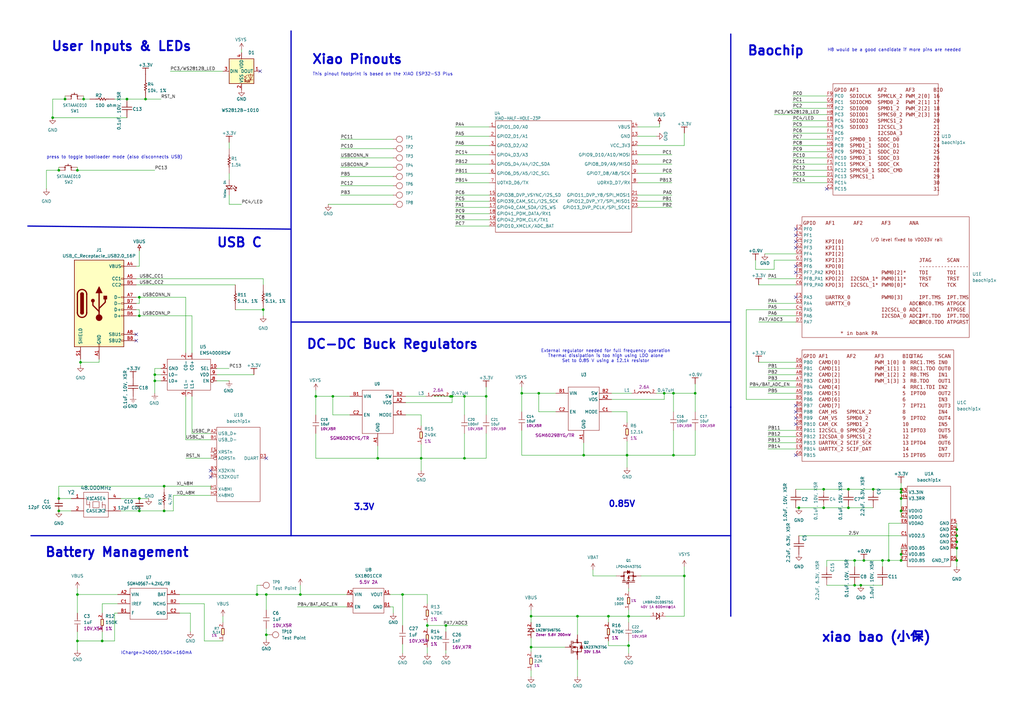
<source format=kicad_sch>
(kicad_sch (version 20250114) (generator "eeschema") (generator_version "9.0")
  (paper "A3")
  (title_block (title "xiao bao 小保") (rev "v1") (company "Baochip, Inc.") (comment 1 "Copyright 2026 ") (comment 2 "CERN OHL-W-2.0"))
  (text "DC-DC Buck Regulators" (at 125.476 143.51 0) (effects (font (size 3.81 3.81) (bold yes)) (justify left bottom)))
  (text "External regulator needed for full frequency operation\nThermal dissipation is too high using LDO alone\nSet to 0.85 V using a 12.1k resistor" (at 248.412 146.05 0) (effects (font (size 1.27 1.27))))
  (text "This pinout footprint is based on the XIAO ESP32-S3 Plus" (at 156.972 30.48 0) (effects (font (size 1.27 1.27))))
  (text "0.85V" (at 249.428 208.28 0) (effects (font (size 2.54 2.54) (bold yes)) (justify left bottom)))
  (text "Baochip" (at 306.324 23.114 0) (effects (font (size 3.81 3.81) (bold yes)) (justify left bottom)))
  (text "Battery Management" (at 18.288 228.854 0) (effects (font (size 3.81 3.81) (bold yes)) (justify left bottom)))
  (text "H8 would be a good candidate if more pins are needed" (at 366.776 20.574 0) (effects (font (size 1.27 1.27))))
  (text "xiao bao (小保)" (at 336.804 263.652 0) (effects (font (size 3.81 3.81) (bold yes)) (justify left bottom)))
  (text "Xiao Pinouts" (at 127.762 26.67 0) (effects (font (size 3.81 3.81) (bold yes)) (justify left bottom)))
  (text "ICharge=24000/150K=160mA" (at 49.53 268.605 0) (effects (font (size 1.27 1.27)) (justify left bottom)))
  (text "press to toggle bootloader mode (also disconnects USB)" (at 46.99 64.516 0) (effects (font (size 1.27 1.27))))
  (text "3.3V " (at 155.702 209.55 0) (effects (font (size 2.54 2.54) (bold yes)) (justify right bottom)))
  (text "USB C" (at 88.646 101.854 0) (effects (font (size 3.81 3.81) (bold yes)) (justify left bottom)))
  (text "User Inputs & LEDs" (at 20.828 21.336 0) (effects (font (size 3.81 3.81) (bold yes)) (justify left bottom)))
  (junction (at 185.42 162.56))
  (junction (at 350.52 240.03))
  (junction (at 347.98 200.66))
  (junction (at 41.91 262.89))
  (junction (at 392.43 224.79))
  (junction (at 392.43 222.25))
  (junction (at 217.805 252.73))
  (junction (at 182.88 256.54))
  (junction (at 350.52 229.87))
  (junction (at 57.15 121.92))
  (junction (at 369.57 209.55))
  (junction (at 369.57 200.66))
  (junction (at 26.67 40.64))
  (junction (at 364.49 229.87))
  (junction (at 353.06 240.03))
  (junction (at 63.5 156.21))
  (junction (at 285.115 161.29))
  (junction (at 24.13 204.47))
  (junction (at 276.225 186.69))
  (junction (at 392.43 219.71))
  (junction (at 59.69 40.64))
  (junction (at 220.98 161.29))
  (junction (at 190.5 187.96))
  (junction (at 129.54 162.56))
  (junction (at 136.525 162.56))
  (junction (at 63.5 153.67))
  (junction (at 337.82 208.28))
  (junction (at 67.31 209.55))
  (junction (at 165.1 243.84))
  (junction (at 369.57 229.87))
  (junction (at 57.15 204.47))
  (junction (at 347.98 208.28))
  (junction (at 369.57 227.33))
  (junction (at 67.31 199.39))
  (junction (at 272.415 161.29))
  (junction (at 369.57 204.47))
  (junction (at 257.81 264.795))
  (junction (at 123.19 243.84))
  (junction (at 239.395 186.69))
  (junction (at 57.15 209.55))
  (junction (at 276.225 161.29))
  (junction (at 109.22 260.35))
  (junction (at 392.43 229.87))
  (junction (at 361.95 229.87))
  (junction (at 154.94 187.96))
  (junction (at 107.95 127))
  (junction (at 34.29 40.64))
  (junction (at 257.175 186.69))
  (junction (at 354.33 229.87))
  (junction (at 199.39 162.56))
  (junction (at 280.67 236.22))
  (junction (at 327.66 208.28))
  (junction (at 358.14 200.66))
  (junction (at 213.995 161.29))
  (junction (at 109.22 243.84))
  (junction (at 249.555 252.73))
  (junction (at 257.81 252.73))
  (junction (at 31.75 243.84))
  (junction (at 105.41 243.84))
  (junction (at 31.75 69.85))
  (junction (at 21.59 48.26))
  (junction (at 172.72 187.96))
  (junction (at 337.82 200.66))
  (junction (at 175.26 256.54))
  (junction (at 31.75 262.89))
  (junction (at 57.15 129.54))
  (junction (at 236.855 252.73))
  (junction (at 190.5 162.56))
  (junction (at 392.43 217.17))
  (junction (at 184.785 162.56))
  (junction (at 52.07 40.64))
  (junction (at 33.02 148.59))
  (junction (at 217.805 265.43))
  (junction (at 24.13 209.55))
  (junction (at 24.13 69.85))
  (junction (at 369.57 201.93))
  (no_connect (at 339.09 77.47))
  (no_connect (at 109.22 187.96))
  (no_connect (at 106.68 29.21))
  (no_connect (at 326.39 111.76))
  (no_connect (at 326.39 171.45))
  (no_connect (at 55.88 139.7))
  (no_connect (at 326.39 186.69))
  (no_connect (at 326.39 101.6))
  (no_connect (at 86.36 193.04))
  (no_connect (at 326.39 96.52))
  (no_connect (at 326.39 109.22))
  (no_connect (at 326.39 173.99))
  (no_connect (at 326.39 93.98))
  (no_connect (at 326.39 121.92))
  (no_connect (at 326.39 168.91))
  (no_connect (at 326.39 166.37))
  (no_connect (at 86.36 195.58))
  (no_connect (at 55.88 137.16))
  (no_connect (at 326.39 99.06))
  (wire (pts (xy 109.22 257.81) (xy 109.22 260.35)))
  (wire (pts (xy 76.2 187.96) (xy 86.36 187.96)))
  (wire (pts (xy 175.26 255.27) (xy 175.26 256.54)))
  (wire (pts (xy 83.82 262.89) (xy 91.44 262.89)))
  (wire (pts (xy 236.855 252.73) (xy 236.855 260.35)))
  (wire (pts (xy 129.54 187.96) (xy 154.94 187.96)))
  (wire (pts (xy 161.29 251.46) (xy 161.29 248.92)))
  (wire (pts (xy 326.39 106.68) (xy 317.5 106.68)))
  (wire (pts (xy 369.57 214.63) (xy 364.49 214.63)))
  (wire (pts (xy 213.995 161.29) (xy 220.98 161.29)))
  (wire (pts (xy 21.59 40.64) (xy 21.59 48.26)))
  (wire (pts (xy 327.66 219.71) (xy 369.57 219.71)))
  (wire (pts (xy 280.67 54.61) (xy 280.67 59.69)))
  (wire (pts (xy 33.02 149.86) (xy 33.02 148.59)))
  (wire (pts (xy 199.39 177.8) (xy 199.39 187.96)))
  (wire (pts (xy 73.66 247.65) (xy 83.82 247.65)))
  (wire (pts (xy 392.43 217.17) (xy 392.43 219.71)))
  (wire (pts (xy 250.825 163.83) (xy 272.415 163.83)))
  (wire (pts (xy 339.09 229.87) (xy 339.09 232.41)))
  (wire (pts (xy 314.96 184.15) (xy 326.39 184.15)))
  (wire (pts (xy 161.29 248.92) (xy 160.02 248.92)))
  (wire (pts (xy 78.105 251.46) (xy 78.105 259.08)))
  (wire (pts (xy 41.91 247.65) (xy 48.26 247.65)))
  (wire (pts (xy 175.26 265.43) (xy 175.26 267.97)))
  (wire (pts (xy 257.81 252.73) (xy 266.7 252.73)))
  (wire (pts (xy 213.995 186.69) (xy 239.395 186.69)))
  (wire (pts (xy 83.82 247.65) (xy 83.82 262.89)))
  (wire (pts (xy 325.12 49.53) (xy 339.09 49.53)))
  (wire (pts (xy 347.98 200.66) (xy 358.14 200.66)))
  (wire (pts (xy 143.51 170.18) (xy 136.525 170.18)))
  (wire (pts (xy 24.13 199.39) (xy 24.13 204.47)))
  (wire (pts (xy 66.04 151.13) (xy 63.5 151.13)))
  (wire (pts (xy 19.05 69.85) (xy 19.05 77.47)))
  (wire (pts (xy 369.57 204.47) (xy 369.57 209.55)))
  (wire (pts (xy 285.115 161.29) (xy 285.115 168.91)))
  (wire (pts (xy 67.31 199.39) (xy 86.36 199.39)))
  (wire (pts (xy 311.15 116.84) (xy 326.39 116.84)))
  (wire (pts (xy 31.75 243.84) (xy 48.26 243.84)))
  (wire (pts (xy 165.1 243.84) (xy 165.1 256.54)))
  (wire (pts (xy 364.49 229.87) (xy 369.57 229.87)))
  (wire (pts (xy 186.69 85.09) (xy 200.66 85.09)))
  (wire (pts (xy 217.805 261.62) (xy 217.805 265.43)))
  (wire (pts (xy 314.96 156.21) (xy 326.39 156.21)))
  (wire (pts (xy 86.36 177.8) (xy 78.74 177.8)))
  (wire (pts (xy 57.15 127) (xy 57.15 129.54)))
  (wire (pts (xy 392.43 222.25) (xy 392.43 224.79)))
  (polyline (pts (xy 299.72 13.97) (xy 299.72 167.132)) (stroke (width 0.508) (type solid)))
  (wire (pts (xy 88.9 153.67) (xy 104.14 153.67)))
  (wire (pts (xy 31.75 243.84) (xy 31.75 251.46)))
  (wire (pts (xy 272.415 163.83) (xy 272.415 161.29)))
  (wire (pts (xy 326.39 200.66) (xy 337.82 200.66)))
  (wire (pts (xy 69.85 29.21) (xy 91.44 29.21)))
  (wire (pts (xy 186.69 55.88) (xy 200.66 55.88)))
  (wire (pts (xy 33.02 148.59) (xy 33.02 147.32)))
  (wire (pts (xy 76.2 162.56) (xy 76.2 180.34)))
  (wire (pts (xy 107.95 129.54) (xy 107.95 127)))
  (wire (pts (xy 186.69 67.31) (xy 200.66 67.31)))
  (wire (pts (xy 269.24 161.29) (xy 272.415 161.29)))
  (wire (pts (xy 139.7 64.77) (xy 161.29 64.77)))
  (wire (pts (xy 34.29 39.37) (xy 34.29 40.64)))
  (wire (pts (xy 280.67 236.22) (xy 280.67 252.73)))
  (wire (pts (xy 76.2 180.34) (xy 86.36 180.34)))
  (wire (pts (xy 109.22 243.84) (xy 109.22 250.19)))
  (wire (pts (xy 185.42 162.56) (xy 190.5 162.56)))
  (wire (pts (xy 186.69 92.71) (xy 200.66 92.71)))
  (wire (pts (xy 190.5 177.8) (xy 190.5 187.96)))
  (wire (pts (xy 306.07 127) (xy 326.39 127)))
  (wire (pts (xy 275.59 67.31) (xy 261.62 67.31)))
  (wire (pts (xy 46.99 251.46) (xy 46.99 262.89)))
  (wire (pts (xy 261.62 52.07) (xy 270.51 52.07)))
  (wire (pts (xy 186.69 52.07) (xy 200.66 52.07)))
  (wire (pts (xy 186.69 82.55) (xy 200.66 82.55)))
  (wire (pts (xy 121.92 248.92) (xy 142.24 248.92)))
  (wire (pts (xy 257.81 252.73) (xy 257.81 255.27)))
  (wire (pts (xy 136.525 162.56) (xy 143.51 162.56)))
  (wire (pts (xy 57.15 129.54) (xy 78.74 129.54)))
  (wire (pts (xy 57.15 204.47) (xy 60.96 204.47)))
  (wire (pts (xy 369.57 200.66) (xy 369.57 201.93)))
  (wire (pts (xy 166.37 165.1) (xy 185.42 165.1)))
  (wire (pts (xy 317.5 106.68) (xy 317.5 110.49)))
  (wire (pts (xy 311.15 148.59) (xy 326.39 148.59)))
  (wire (pts (xy 139.7 57.15) (xy 161.29 57.15)))
  (wire (pts (xy 257.81 250.19) (xy 257.81 252.73)))
  (wire (pts (xy 275.59 85.09) (xy 261.62 85.09)))
  (wire (pts (xy 49.53 209.55) (xy 57.15 209.55)))
  (wire (pts (xy 186.69 90.17) (xy 200.66 90.17)))
  (wire (pts (xy 57.15 121.92) (xy 76.2 121.92)))
  (wire (pts (xy 88.9 156.21) (xy 93.98 156.21)))
  (wire (pts (xy 369.57 224.79) (xy 369.57 227.33)))
  (wire (pts (xy 276.225 161.29) (xy 276.225 168.91)))
  (wire (pts (xy 57.15 102.87) (xy 57.15 109.22)))
  (wire (pts (xy 261.62 55.88) (xy 269.24 55.88)))
  (wire (pts (xy 217.805 265.43) (xy 217.805 267.335)))
  (wire (pts (xy 325.12 57.15) (xy 339.09 57.15)))
  (wire (pts (xy 93.98 58.42) (xy 93.98 60.96)))
  (wire (pts (xy 31.75 69.85) (xy 63.5 69.85)))
  (wire (pts (xy 129.54 177.8) (xy 129.54 187.96)))
  (wire (pts (xy 199.39 187.96) (xy 190.5 187.96)))
  (wire (pts (xy 31.75 262.89) (xy 31.75 266.7)))
  (wire (pts (xy 63.5 151.13) (xy 63.5 153.67)))
  (wire (pts (xy 67.31 209.55) (xy 71.12 209.55)))
  (wire (pts (xy 175.26 243.84) (xy 165.1 243.84)))
  (wire (pts (xy 186.69 59.69) (xy 200.66 59.69)))
  (wire (pts (xy 314.96 129.54) (xy 326.39 129.54)))
  (wire (pts (xy 392.43 224.79) (xy 392.43 229.87)))
  (wire (pts (xy 57.15 109.22) (xy 55.88 109.22)))
  (wire (pts (xy 273.05 252.73) (xy 280.67 252.73)))
  (wire (pts (xy 186.69 87.63) (xy 200.66 87.63)))
  (wire (pts (xy 55.88 129.54) (xy 57.15 129.54)))
  (wire (pts (xy 57.15 124.46) (xy 55.88 124.46)))
  (polyline (pts (xy 119.38 12.7) (xy 119.38 219.71)) (stroke (width 0.508) (type solid)))
  (wire (pts (xy 99.06 20.32) (xy 99.06 21.59)))
  (wire (pts (xy 175.26 247.65) (xy 175.26 243.84)))
  (wire (pts (xy 184.785 162.56) (xy 185.42 162.56)))
  (wire (pts (xy 190.5 187.96) (xy 172.72 187.96)))
  (wire (pts (xy 309.88 106.68) (xy 309.88 110.49)))
  (wire (pts (xy 350.52 229.87) (xy 354.33 229.87)))
  (wire (pts (xy 24.13 209.55) (xy 29.21 209.55)))
  (wire (pts (xy 257.81 241.3) (xy 257.81 242.57)))
  (wire (pts (xy 76.2 121.92) (xy 76.2 144.78)))
  (wire (pts (xy 227.965 168.91) (xy 220.98 168.91)))
  (wire (pts (xy 314.96 181.61) (xy 326.39 181.61)))
  (wire (pts (xy 49.53 204.47) (xy 57.15 204.47)))
  (wire (pts (xy 41.91 259.08) (xy 41.91 262.89)))
  (wire (pts (xy 165.1 264.16) (xy 165.1 267.97)))
  (wire (pts (xy 106.68 240.03) (xy 105.41 240.03)))
  (wire (pts (xy 325.12 59.69) (xy 339.09 59.69)))
  (wire (pts (xy 314.96 176.53) (xy 326.39 176.53)))
  (wire (pts (xy 172.72 182.245) (xy 172.72 187.96)))
  (wire (pts (xy 186.69 63.5) (xy 200.66 63.5)))
  (wire (pts (xy 275.59 71.12) (xy 261.62 71.12)))
  (wire (pts (xy 314.96 151.13) (xy 326.39 151.13)))
  (wire (pts (xy 369.57 198.12) (xy 369.57 200.66)))
  (wire (pts (xy 285.115 176.53) (xy 285.115 186.69)))
  (wire (pts (xy 249.555 252.73) (xy 249.555 255.27)))
  (wire (pts (xy 325.12 62.23) (xy 339.09 62.23)))
  (wire (pts (xy 236.855 270.51) (xy 236.855 277.495)))
  (wire (pts (xy 109.22 260.35) (xy 109.22 262.255)))
  (wire (pts (xy 213.995 158.75) (xy 213.995 161.29)))
  (wire (pts (xy 280.67 232.41) (xy 280.67 236.22)))
  (wire (pts (xy 46.99 40.64) (xy 52.07 40.64)))
  (wire (pts (xy 129.54 162.56) (xy 129.54 170.18)))
  (wire (pts (xy 139.7 68.58) (xy 161.29 68.58)))
  (wire (pts (xy 306.07 163.83) (xy 306.07 127)))
  (wire (pts (xy 52.07 40.64) (xy 59.69 40.64)))
  (wire (pts (xy 325.12 39.37) (xy 339.09 39.37)))
  (wire (pts (xy 317.5 110.49) (xy 309.88 110.49)))
  (wire (pts (xy 325.12 74.93) (xy 339.09 74.93)))
  (wire (pts (xy 86.36 203.2) (xy 71.12 203.2)))
  (wire (pts (xy 257.175 186.69) (xy 257.175 191.77)))
  (wire (pts (xy 213.995 161.29) (xy 213.995 168.91)))
  (polyline (pts (xy 11.43 92.71) (xy 119.38 93.98)) (stroke (width 0.508) (type solid)))
  (wire (pts (xy 78.74 162.56) (xy 78.74 177.8)))
  (wire (pts (xy 353.06 240.03) (xy 361.95 240.03)))
  (wire (pts (xy 392.43 219.71) (xy 392.43 222.25)))
  (wire (pts (xy 272.415 161.29) (xy 276.225 161.29)))
  (wire (pts (xy 249.555 262.89) (xy 249.555 264.795)))
  (wire (pts (xy 19.05 69.85) (xy 24.13 69.85)))
  (wire (pts (xy 41.91 251.46) (xy 41.91 247.65)))
  (wire (pts (xy 326.39 208.28) (xy 327.66 208.28)))
  (wire (pts (xy 213.995 176.53) (xy 213.995 186.69)))
  (wire (pts (xy 369.57 227.33) (xy 369.57 229.87)))
  (wire (pts (xy 361.95 229.87) (xy 361.95 232.41)))
  (wire (pts (xy 261.62 80.01) (xy 275.59 80.01)))
  (wire (pts (xy 78.74 129.54) (xy 78.74 144.78)))
  (wire (pts (xy 199.39 158.75) (xy 199.39 162.56)))
  (wire (pts (xy 57.15 127) (xy 55.88 127)))
  (wire (pts (xy 276.225 176.53) (xy 276.225 186.69)))
  (wire (pts (xy 139.7 80.01) (xy 161.29 80.01)))
  (wire (pts (xy 325.12 69.85) (xy 339.09 69.85)))
  (wire (pts (xy 275.59 82.55) (xy 261.62 82.55)))
  (wire (pts (xy 91.44 252.73) (xy 91.44 255.27)))
  (wire (pts (xy 217.805 274.955) (xy 217.805 277.495)))
  (wire (pts (xy 165.1 243.84) (xy 160.02 243.84)))
  (wire (pts (xy 354.33 229.87) (xy 361.95 229.87)))
  (wire (pts (xy 105.41 240.03) (xy 105.41 243.84)))
  (wire (pts (xy 190.5 162.56) (xy 190.5 170.18)))
  (wire (pts (xy 276.225 186.69) (xy 257.175 186.69)))
  (polyline (pts (xy 119.38 132.08) (xy 299.72 132.08)) (stroke (width 0.508) (type solid)))
  (wire (pts (xy 55.88 116.84) (xy 96.52 116.84)))
  (wire (pts (xy 129.54 162.56) (xy 136.525 162.56)))
  (wire (pts (xy 26.67 39.37) (xy 26.67 40.64)))
  (wire (pts (xy 326.39 163.83) (xy 306.07 163.83)))
  (wire (pts (xy 105.41 243.84) (xy 109.22 243.84)))
  (wire (pts (xy 182.88 256.54) (xy 182.88 259.08)))
  (wire (pts (xy 123.19 243.84) (xy 142.24 243.84)))
  (wire (pts (xy 257.81 264.795) (xy 257.81 267.97)))
  (polyline (pts (xy 12.7 219.71) (xy 299.72 219.71)) (stroke (width 0.508) (type solid)))
  (wire (pts (xy 154.94 182.88) (xy 154.94 187.96)))
  (wire (pts (xy 239.395 181.61) (xy 239.395 186.69)))
  (wire (pts (xy 134.62 83.82) (xy 161.29 83.82)))
  (wire (pts (xy 177.8 162.56) (xy 184.785 162.56)))
  (wire (pts (xy 33.02 148.59) (xy 40.64 148.59)))
  (wire (pts (xy 325.12 52.07) (xy 339.09 52.07)))
  (wire (pts (xy 185.42 165.1) (xy 185.42 162.56)))
  (wire (pts (xy 325.12 54.61) (xy 339.09 54.61)))
  (wire (pts (xy 31.75 68.58) (xy 31.75 69.85)))
  (wire (pts (xy 129.54 160.02) (xy 129.54 162.56)))
  (wire (pts (xy 257.175 168.91) (xy 257.175 173.355)))
  (wire (pts (xy 31.75 241.3) (xy 31.75 243.84)))
  (wire (pts (xy 71.12 203.2) (xy 71.12 209.55)))
  (wire (pts (xy 34.29 40.64) (xy 36.83 40.64)))
  (wire (pts (xy 172.72 170.18) (xy 172.72 174.625)))
  (wire (pts (xy 392.43 229.87) (xy 392.43 232.41)))
  (wire (pts (xy 261.62 59.69) (xy 280.67 59.69)))
  (wire (pts (xy 257.175 180.975) (xy 257.175 186.69)))
  (wire (pts (xy 325.12 67.31) (xy 339.09 67.31)))
  (wire (pts (xy 220.98 161.29) (xy 227.965 161.29)))
  (wire (pts (xy 172.72 187.96) (xy 172.72 193.04)))
  (wire (pts (xy 57.15 121.92) (xy 55.88 121.92)))
  (wire (pts (xy 109.22 260.35) (xy 110.49 260.35)))
  (wire (pts (xy 275.59 63.5) (xy 261.62 63.5)))
  (wire (pts (xy 262.89 236.22) (xy 280.67 236.22)))
  (wire (pts (xy 63.5 153.67) (xy 63.5 156.21)))
  (wire (pts (xy 243.205 236.22) (xy 252.73 236.22)))
  (wire (pts (xy 93.98 71.12) (xy 93.98 73.66)))
  (wire (pts (xy 166.37 170.18) (xy 172.72 170.18)))
  (wire (pts (xy 347.98 208.28) (xy 358.14 208.28)))
  (wire (pts (xy 314.96 124.46) (xy 326.39 124.46)))
  (wire (pts (xy 217.805 265.43) (xy 231.775 265.43)))
  (wire (pts (xy 21.59 48.26) (xy 52.07 48.26)))
  (wire (pts (xy 63.5 153.67) (xy 66.04 153.67)))
  (wire (pts (xy 220.98 168.91) (xy 220.98 161.29)))
  (wire (pts (xy 46.99 262.89) (xy 41.91 262.89)))
  (wire (pts (xy 276.225 161.29) (xy 285.115 161.29)))
  (wire (pts (xy 186.69 80.01) (xy 200.66 80.01)))
  (wire (pts (xy 93.98 80.01) (xy 93.98 83.82)))
  (wire (pts (xy 57.15 121.92) (xy 57.15 124.46)))
  (wire (pts (xy 186.69 71.12) (xy 200.66 71.12)))
  (wire (pts (xy 311.15 132.08) (xy 326.39 132.08)))
  (wire (pts (xy 249.555 264.795) (xy 257.81 264.795)))
  (wire (pts (xy 175.26 256.54) (xy 175.26 257.81)))
  (wire (pts (xy 182.88 266.7) (xy 182.88 267.97)))
  (wire (pts (xy 166.37 162.56) (xy 174.625 162.56)))
  (wire (pts (xy 175.26 256.54) (xy 182.88 256.54)))
  (wire (pts (xy 109.22 243.84) (xy 123.19 243.84)))
  (wire (pts (xy 358.14 200.66) (xy 369.57 200.66)))
  (wire (pts (xy 139.7 72.39) (xy 161.29 72.39)))
  (wire (pts (xy 217.805 252.73) (xy 236.855 252.73)))
  (wire (pts (xy 73.66 243.84) (xy 105.41 243.84)))
  (wire (pts (xy 182.88 256.54) (xy 191.77 256.54)))
  (wire (pts (xy 31.75 259.08) (xy 31.75 262.89)))
  (wire (pts (xy 40.64 148.59) (xy 40.64 147.32)))
  (wire (pts (xy 24.13 68.58) (xy 24.13 69.85)))
  (wire (pts (xy 314.96 179.07) (xy 326.39 179.07)))
  (wire (pts (xy 243.205 233.68) (xy 243.205 236.22)))
  (wire (pts (xy 257.81 262.89) (xy 257.81 264.795)))
  (wire (pts (xy 139.7 60.96) (xy 161.29 60.96)))
  (wire (pts (xy 55.88 114.3) (xy 107.95 114.3)))
  (wire (pts (xy 350.52 240.03) (xy 353.06 240.03)))
  (wire (pts (xy 250.825 161.29) (xy 259.08 161.29)))
  (wire (pts (xy 249.555 252.73) (xy 257.81 252.73)))
  (wire (pts (xy 96.52 127) (xy 107.95 127)))
  (wire (pts (xy 314.96 114.3) (xy 326.39 114.3)))
  (wire (pts (xy 21.59 40.64) (xy 26.67 40.64)))
  (wire (pts (xy 239.395 186.69) (xy 257.175 186.69)))
  (wire (pts (xy 339.09 240.03) (xy 350.52 240.03)))
  (wire (pts (xy 31.75 262.89) (xy 41.91 262.89)))
  (wire (pts (xy 285.115 157.48) (xy 285.115 161.29)))
  (wire (pts (xy 107.95 116.84) (xy 107.95 114.3)))
  (wire (pts (xy 99.06 83.82) (xy 93.98 83.82)))
  (wire (pts (xy 63.5 156.21) (xy 63.5 161.29)))
  (wire (pts (xy 63.5 156.21) (xy 66.04 156.21)))
  (wire (pts (xy 250.825 168.91) (xy 257.175 168.91)))
  (wire (pts (xy 369.57 201.93) (xy 369.57 204.47)))
  (wire (pts (xy 57.15 209.55) (xy 67.31 209.55)))
  (wire (pts (xy 313.69 104.14) (xy 326.39 104.14)))
  (wire (pts (xy 48.26 251.46) (xy 46.99 251.46)))
  (wire (pts (xy 275.59 74.93) (xy 261.62 74.93)))
  (wire (pts (xy 59.69 40.64) (xy 66.04 40.64)))
  (wire (pts (xy 24.13 199.39) (xy 67.31 199.39)))
  (wire (pts (xy 364.49 214.63) (xy 364.49 229.87)))
  (wire (pts (xy 361.95 229.87) (xy 364.49 229.87)))
  (polyline (pts (xy 299.72 166.878) (xy 299.72 252.73)) (stroke (width 0.508) (type solid)))
  (wire (pts (xy 88.9 151.13) (xy 93.98 151.13)))
  (wire (pts (xy 325.12 72.39) (xy 339.09 72.39)))
  (wire (pts (xy 190.5 162.56) (xy 199.39 162.56)))
  (wire (pts (xy 314.96 153.67) (xy 326.39 153.67)))
  (wire (pts (xy 369.57 209.55) (xy 369.57 212.09)))
  (wire (pts (xy 325.12 64.77) (xy 339.09 64.77)))
  (wire (pts (xy 337.82 200.66) (xy 347.98 200.66)))
  (wire (pts (xy 270.51 52.07) (xy 270.51 50.8)))
  (wire (pts (xy 327.66 208.28) (xy 337.82 208.28)))
  (wire (pts (xy 325.12 44.45) (xy 339.09 44.45)))
  (wire (pts (xy 136.525 170.18) (xy 136.525 162.56)))
  (wire (pts (xy 285.115 186.69) (xy 276.225 186.69)))
  (wire (pts (xy 139.7 76.2) (xy 161.29 76.2)))
  (wire (pts (xy 317.5 46.99) (xy 339.09 46.99)))
  (wire (pts (xy 392.43 214.63) (xy 392.43 217.17)))
  (wire (pts (xy 337.82 208.28) (xy 347.98 208.28)))
  (wire (pts (xy 307.34 158.75) (xy 326.39 158.75)))
  (wire (pts (xy 325.12 41.91) (xy 339.09 41.91)))
  (wire (pts (xy 199.39 162.56) (xy 199.39 170.18)))
  (wire (pts (xy 350.52 229.87) (xy 350.52 232.41)))
  (wire (pts (xy 217.805 250.19) (xy 217.805 252.73)))
  (wire (pts (xy 123.19 240.03) (xy 123.19 243.84)))
  (wire (pts (xy 350.52 229.87) (xy 339.09 229.87)))
  (wire (pts (xy 314.96 161.29) (xy 326.39 161.29)))
  (wire (pts (xy 217.805 252.73) (xy 217.805 255.27)))
  (wire (pts (xy 186.69 74.93) (xy 200.66 74.93)))
  (wire (pts (xy 236.855 252.73) (xy 249.555 252.73)))
  (wire (pts (xy 73.66 251.46) (xy 78.105 251.46)))
  (wire (pts (xy 86.36 199.39) (xy 86.36 200.66)))
  (wire (pts (xy 154.94 187.96) (xy 172.72 187.96)))
  (wire (pts (xy 24.13 204.47) (xy 29.21 204.47)))
  (label "PB4{slash}BAT_ADC_EN" (at 307.34 158.75 0))
  (label "PA5" (at 186.69 55.88 0))
  (label "PA7{slash}ADC3" (at 311.15 132.08 0))
  (label "PC3{slash}WS2812B_LED" (at 317.5 46.99 0))
  (label "PC10" (at 325.12 64.77 0))
  (label "PC10" (at 139.7 60.96 0))
  (label "PA7{slash}ADC3" (at 191.77 256.54 180))
  (label "PC12" (at 139.7 76.2 0))
  (label "PC9" (at 186.69 87.63 0))
  (label "PC14" (at 186.69 63.5 0))
  (label "USBC_P" (at 78.74 177.8 0))
  (label "USBC_CC1" (at 57.15 114.3 0))
  (label "PB13" (at 314.96 181.61 0))
  (label "RST_N" (at 76.2 187.96 0))
  (label "XO_48M" (at 72.39 203.2 0))
  (label "PC5" (at 186.69 82.55 0))
  (label "USBCONN_P" (at 58.42 129.54 0))
  (label "PC4{slash}LED" (at 325.12 49.53 0))
  (label "PB3" (at 139.7 80.01 0))
  (label "PC4{slash}LED" (at 99.06 83.82 0))
  (label "PB12" (at 186.69 67.31 0))
  (label "PC3{slash}WS2812B_LED" (at 69.85 29.21 0))
  (label "PC13" (at 93.98 151.13 0))
  (label "PC13" (at 63.5 69.85 0))
  (label "PC14" (at 325.12 74.93 0))
  (label "PB1" (at 275.59 82.55 180))
  (label "PA6" (at 186.69 59.69 0))
  (label "PC0" (at 325.12 39.37 0))
  (label "PB13" (at 275.59 74.93 180))
  (label "RST_N" (at 66.04 40.64 0))
  (label "PB14" (at 186.69 74.93 0))
  (label "PB2" (at 275.59 85.09 180))
  (label "PB5" (at 314.96 161.29 0))
  (label "PB11" (at 314.96 176.53 0))
  (label "PB14" (at 314.96 184.15 0))
  (label "PC1" (at 325.12 41.91 0))
  (label "PC8" (at 186.69 90.17 0))
  (label "PC6" (at 186.69 80.01 0))
  (label "PC11" (at 325.12 67.31 0))
  (label "PC12" (at 325.12 69.85 0))
  (label "PC2" (at 325.12 44.45 0))
  (label "PC8" (at 325.12 59.69 0))
  (label "PA0" (at 275.59 80.01 180))
  (label "PC2" (at 275.59 67.31 180))
  (label "PA1" (at 186.69 85.09 0))
  (label "PC0" (at 275.59 71.12 180))
  (label "PC13" (at 325.12 72.39 0))
  (label "PB12" (at 314.96 179.07 0))
  (label "PB3" (at 314.96 156.21 0))
  (label "USBCONN_N" (at 58.42 121.92 0))
  (label "PB11" (at 186.69 71.12 0))
  (label "PB2" (at 314.96 153.67 0))
  (label "PC7" (at 186.69 92.71 0))
  (label "USBCONN_P" (at 139.7 68.58 0))
  (label "PB4{slash}BAT_ADC_EN" (at 121.92 248.92 0))
  (label "2.5V" (at 347.98 219.71 0))
  (label "PB1" (at 314.96 151.13 0))
  (label "XI_48M" (at 72.39 199.39 0))
  (label "PA4" (at 186.69 52.07 0))
  (label "USBCONN_N" (at 139.7 64.77 0))
  (label "PC7" (at 325.12 57.15 0))
  (label "PC5" (at 325.12 52.07 0))
  (label "PA5" (at 314.96 127 0))
  (label "PA4" (at 314.96 124.46 0))
  (label "PA6" (at 314.96 129.54 0))
  (label "USBC_CC2" (at 57.15 116.84 0))
  (label "PA1" (at 314.96 114.3 0))
  (label "PC11" (at 139.7 57.15 0))
  (label "PB5" (at 139.7 72.39 0))
  (label "PC6" (at 325.12 54.61 0))
  (label "PC1" (at 275.59 63.5 180))
  (label "PC9" (at 325.12 62.23 0))
  (label "USBC_N" (at 76.2 180.34 0))
  (symbol (lib_id "P & G:GND") (at 99.06 36.83 0) (unit 1)
    (property "Reference" "#PWR021" (effects (hide yes)))
    (property "Value" "GND" (at 99.06 40.64 0))
  )
  (symbol (lib_id "XIAO ESP32S3_v1.2_230725-eagle-import:TEST-POINT'4545'") (at 163.83 80.01 0) (unit 1)
    (property "Reference" "TP7" (at 166.37 80.01 0) (effects (font (size 1.27 1.0795)) (justify left bottom)))
    (property "Value" "TEST-POINT'4545'" (effects (hide yes)))
    (property "Footprint" "xiao:TP-D45MIL" (effects (hide yes)))
  )
  (symbol (lib_id "P & G:+5V") (at 129.54 160.02 0) (unit 1)
    (property "Reference" "#PWR044" (effects (hide yes)))
    (property "Value" "VSYS" (at 129.286 155.956 0))
  )
  (symbol (lib_id "power-altium-import:P1.8V_BAR") (at 199.39 158.75 180) (unit 1)
    (property "Reference" "#PWR046" (effects (hide yes)))
    (property "Value" "+3.3V" (at 199.39 154.94 0))
  )
  (symbol (lib_id "P & G:+3V3") (at 31.75 241.3 0) (unit 1)
    (property "Reference" "#PWR060" (effects (hide yes)))
    (property "Value" "VBUS" (at 31.75 236.22 0))
  )
  (symbol (lib_id "P & G:GND") (at 257.175 191.77 0) (unit 1)
    (property "Reference" "#PWR017" (effects (hide yes)))
    (property "Value" "GND" (at 257.175 195.58 0))
  )
  (symbol (lib_id "power-altium-import:root_3_Res1") (at 62.23 33.02 0) (unit 1)
    (property "Reference" "R4" (at 60.452 35.306 0) (effects (justify left bottom)))
    (property "Value" "10k, 1%" (at 60.452 37.846 0) (effects (justify left bottom)))
    (property "Footprint" "Resistor_SMD:R_0201_0603Metric" (effects (hide yes)))
    (property "Description" "Resistor" (effects (hide yes)))
    (property "MYPN" "R-103-1P-1_16W-0402" (effects (hide yes)))
    (property "MPN" "ANY" (effects (hide yes)))
    (property "LCSC" "C106225" (effects (hide yes)))
  )
  (symbol (lib_id "Seeed_libadl:Mosfet/305031466") (at 257.81 236.22 90) (unit 1)
    (property "Reference" "Q1" (at 257.81 229.87 90) (effects (font (size 1 1))))
    (property "Value" "LP0404N3T5G" (at 257.81 232.41 90) (effects (font (size 1 1))))
    (property "Footprint" "xiao:PMOS_1.0X0.6X0.35MM" (effects (hide yes)))
    (property "Manufacturer" "LRC" (effects (hide yes)))
    (property "MPN" "LP0404N3T5G" (effects (hide yes)))
    (property "SKU" "305031466" (effects (hide yes)))
    (property "Part Type" "PMOS" (effects (hide yes)))
    (property "Temperature" "-50°C to 150°C" (effects (hide yes)))
  )
  (symbol (lib_id "power-altium-import:P1.8V_BAR") (at 309.88 106.68 180) (unit 1)
    (property "Reference" "#PWR032" (effects (hide yes)))
    (property "Value" "+0.9V" (at 309.88 102.87 0))
  )
  (symbol (lib_id "P & G:GND") (at 182.88 267.97 0) (unit 1)
    (property "Reference" "#PWR043" (effects (hide yes)))
    (property "Value" "GND" (at 182.88 271.78 0))
  )
  (symbol (lib_id "Seeed_libdb:Capacitors/302010730") (at 31.75 255.27 0) (unit 1)
    (property "Reference" "C3" (at 34.29 252.7299 0) (effects (justify left)))
    (property "Value" "1uF" (at 34.29 255.2699 0) (effects (justify left)))
    (property "Footprint" "Capacitor_SMD:C_0201_0603Metric" (effects (hide yes)))
    (property "Description" "SMD CAP Ceramic 1uF-10V-20%-X5R;0201" (effects (hide yes)))
    (property "Manufacturer" "muRata" (effects (hide yes)))
    (property "MPN" "GRM033R61A105ME44D" (effects (hide yes)))
    (property "SKU" "302010730" (effects (hide yes)))
    (property "Part Type" "Ceramic" (effects (hide yes)))
    (property "Voltage Rating" "10V,X5R" (at 34.29 257.8099 0) (effects (justify left)))
    (property "Status" "XIAO RP2350" (effects (hide yes)))
    (property "Temperature" "-55°C to 85°C" (effects (hide yes)))
  )
  (symbol (lib_id "power-altium-import:P1.8V_BAR") (at 54.61 154.94 180) (unit 1)
    (property "Reference" "#PWR057" (effects (hide yes)))
    (property "Value" "+3.3V" (at 54.61 151.13 0))
  )
  (symbol (lib_id "Seeed_libdb:Resistors/301010764") (at 175.26 261.62 90) (unit 1)
    (property "Reference" "R14" (at 176.53 259.0799 90) (effects (justify right)))
    (property "Value" "470K" (at 176.53 261.6199 90) (effects (justify right)))
    (property "Footprint" "Resistor_SMD:R_0201_0603Metric" (effects (hide yes)))
    (property "Description" "SMD RES 470K-1%-1/20W;0201" (effects (hide yes)))
    (property "Manufacturer" "YAGEO" (effects (hide yes)))
    (property "MPN" "RC0201FR-07470KL" (effects (hide yes)))
    (property "SKU" "301010764" (effects (hide yes)))
    (property "Resistance" "470K" (effects (hide yes)))
    (property "Part Type" "RES" (effects (hide yes)))
    (property "Power Rating" "1%" (at 176.53 264.1599 90) (effects (justify right)))
    (property "Status" "XIAO RP2350" (effects (hide yes)))
    (property "Temperature" "-55°C to 125°C" (effects (hide yes)))
  )
  (symbol (lib_id "power:GND") (at 392.43 232.41 0) (unit 1)
    (property "Reference" "#PWR014" (effects (hide yes)))
    (property "Value" "GND" (at 392.43 237.49 0))
    (property "Description" "Power symbol creates a global label with name \"GND\" , ground" (effects (hide yes)))
  )
  (symbol (lib_id "P & G:GND") (at 161.29 251.46 0) (unit 1)
    (property "Reference" "#PWR071" (effects (hide yes)))
    (property "Value" "GND" (at 161.29 255.27 0))
  )
  (symbol (lib_id "P & G:GND") (at 31.75 266.7 0) (unit 1)
    (property "Reference" "#PWR025" (effects (hide yes)))
    (property "Value" "GND" (at 31.75 270.51 0))
  )
  (symbol (lib_id "power:GND") (at 60.96 204.47 0) (unit 1)
    (property "Reference" "#PWR010" (effects (hide yes)))
    (property "Value" "GND" (at 61.214 203.454 0))
    (property "Description" "Power symbol creates a global label with name \"GND\" , ground" (effects (hide yes)))
  )
  (symbol (lib_id "XIAO ESP32S3_v1.2_230725-eagle-import:TEST-POINT'4545'") (at 163.83 76.2 0) (unit 1)
    (property "Reference" "TP6" (at 166.37 76.2 0) (effects (font (size 1.27 1.0795)) (justify left bottom)))
    (property "Value" "TEST-POINT'4545'" (effects (hide yes)))
    (property "Footprint" "xiao:TP-D45MIL" (effects (hide yes)))
  )
  (symbol (lib_id "Seeed_libadl:Capacitors/302010053") (at 285.115 172.72 0) (unit 1)
    (property "Reference" "C17" (at 287.02 170.8151 0) (effects (font (size 1 1)) (justify left)))
    (property "Value" "10uF" (at 287.02 172.72 0) (effects (font (size 1 1)) (justify left)))
    (property "Footprint" "Capacitor_SMD:C_0402_1005Metric" (effects (hide yes)))
    (property "Manufacturer" "YAGEO" (effects (hide yes)))
    (property "MPN" "CC0402MRX5R6BB106" (effects (hide yes)))
    (property "SKU" "302010519" (effects (hide yes)))
    (property "Part Type" "Ceramic" (effects (hide yes)))
    (property "Voltage Rating" "10V,X5R" (at 287.02 174.6251 0) (effects (font (size 1 1)) (justify left)))
    (property "Status" "ST" (effects (hide yes)))
    (property "Temperature" "-55°C to 85°C" (effects (hide yes)))
  )
  (symbol (lib_id "testcore-altium-import:root_3_Cap Semi") (at 353.06 234.95 0) (unit 1)
    (property "Reference" "C8" (at 352.806 237.236 0) (effects (justify left bottom)))
    (property "Value" "0.1uF, 10V, X5R" (at 347.98 245.11 90) (effects (justify left bottom)))
    (property "Footprint" "Capacitor_SMD:C_0201_0603Metric" (effects (hide yes)))
    (property "Description" "Capacitor (Semiconductor SIM Model)" (effects (hide yes)))
    (property "MPN" "CL05B104KO5NNNC" (effects (hide yes)))
    (property "MYPN" "C-104-16-X7R-0402" (effects (hide yes)))
    (property "LCSC" "C76934" (effects (hide yes)))
  )
  (symbol (lib_id "power:GND") (at 107.95 129.54 0) (unit 1)
    (property "Reference" "#PWR013" (effects (hide yes)))
    (property "Value" "GND" (at 107.95 134.62 0))
    (property "Description" "Power symbol creates a global label with name \"GND\" , ground" (effects (hide yes)))
  )
  (symbol (lib_id "power:GND") (at 24.13 209.55 0) (unit 1)
    (property "Reference" "#PWR03" (effects (hide yes)))
    (property "Value" "GND" (at 24.13 214.63 0))
    (property "Description" "Power symbol creates a global label with name \"GND\" , ground" (effects (hide yes)))
  )
  (symbol (lib_id "XIAO ESP32S3_v1.2_230725-eagle-import:TEST-POINT'4545'") (at 163.83 68.58 0) (unit 1)
    (property "Reference" "TP4" (at 166.37 68.58 0) (effects (font (size 1.27 1.0795)) (justify left bottom)))
    (property "Value" "TEST-POINT'4545'" (effects (hide yes)))
    (property "Footprint" "xiao:TP-D45MIL" (effects (hide yes)))
  )
  (symbol (lib_id "power:GND") (at 353.06 240.03 0) (unit 1)
    (property "Reference" "#PWR09" (effects (hide yes)))
    (property "Value" "GND" (at 353.06 245.11 0))
    (property "Description" "Power symbol creates a global label with name \"GND\" , ground" (effects (hide yes)))
  )
  (symbol (lib_id "Seeed_libadl:Ic/310032702") (at 239.395 166.37 0) (unit 1)
    (property "Reference" "U3" (at 239.395 153.67 0) (effects (font (size 1.27 1.0795))))
    (property "Value" "SMD IC PMIC;DCDC Buck-ADJ-1A,Vin 1.95V to 5.5V,Vout 0.8V to 1.55V;WLCSP-6B" (effects (hide yes)))
    (property "Footprint" "xiao:BGA6-0.35-0.745X10.95X0.4MM" (effects (hide yes)))
    (property "Manufacturer" "SGMICRO" (effects (hide yes)))
    (property "MPN" "SGM6029BYG/TR" (at 227.584 178.562 0))
    (property "SKU" "C5153504" (effects (hide yes)))
    (property "Part Type" "DCDC" (effects (hide yes)))
    (property "Temperature" "-40°C to 125°C" (effects (hide yes)))
  )
  (symbol (lib_id "kbd_pm-altium-import:root_3_Cap Semi") (at 341.63 234.95 0) (unit 1)
    (property "Reference" "C15" (at 342.138 234.696 90) (effects (justify left bottom)))
    (property "Value" "2.2uF, 6.3V, X5R" (at 334.518 229.87 90) (effects (justify right top)))
    (property "Footprint" "Capacitor_SMD:C_0201_0603Metric" (effects (hide yes)))
    (property "Description" "Capacitor (Semiconductor SIM Model)" (effects (hide yes)))
    (property "MPN" "GRM033R60J225ME47D" (effects (hide yes)))
    (property "MYPN" "C-225-6.3-X5R-0402" (effects (hide yes)))
    (property "LCSC" "C76933" (effects (hide yes)))
  )
  (symbol (lib_id "P & G:GND") (at 257.81 267.97 0) (unit 1)
    (property "Reference" "#PWR049" (effects (hide yes)))
    (property "Value" "GND" (at 257.81 271.78 0))
  )
  (symbol (lib_id "Seeed_libdb:Capacitors/302010730") (at 165.1 260.35 0) (unit 1)
    (property "Reference" "C27" (at 167.64 257.8099 0) (effects (justify left)))
    (property "Value" "1uF" (at 167.64 260.3499 0) (effects (justify left)))
    (property "Footprint" "Capacitor_SMD:C_0201_0603Metric" (effects (hide yes)))
    (property "Description" "SMD CAP Ceramic 1uF-10V-20%-X5R;0201" (effects (hide yes)))
    (property "Manufacturer" "muRata" (effects (hide yes)))
    (property "MPN" "GRM033R61A105ME44D" (effects (hide yes)))
    (property "SKU" "302010730" (effects (hide yes)))
    (property "Part Type" "Ceramic" (effects (hide yes)))
    (property "Voltage Rating" "10V,X5R" (at 167.64 262.8899 0) (effects (justify left)))
    (property "Status" "XIAO RP2350" (effects (hide yes)))
    (property "Temperature" "-55°C to 85°C" (effects (hide yes)))
  )
  (symbol (lib_id "power:GND") (at 21.59 48.26 0) (unit 1)
    (property "Reference" "#PWR06" (effects (hide yes)))
    (property "Value" "GND" (at 21.59 53.34 0))
    (property "Description" "Power symbol creates a global label with name \"GND\" , ground" (effects (hide yes)))
  )
  (symbol (lib_id "power:GNDREF") (at 54.61 162.56 0) (unit 1)
    (property "Reference" "#PWR063" (effects (hide yes)))
    (property "Value" "GND" (at 54.356 166.624 0))
    (property "Description" "Power symbol creates a global label with name \"GNDREF\" , reference supply ground" (effects (hide yes)))
  )
  (symbol (lib_id "Seeed_libadl:Ic/310032702") (at 154.94 167.64 0) (unit 1)
    (property "Reference" "U9" (at 154.686 157.48 0) (effects (font (size 1.27 1.0795))))
    (property "Value" "SMD IC PMIC;DCDC Buck-ADJ-1A,Vin 1.95V to 5.5V,Vout 1.8V to 3.3V;WLCSP-6B" (effects (hide yes)))
    (property "Footprint" "xiao:BGA6-0.35-0.745X10.95X0.4MM" (effects (hide yes)))
    (property "Manufacturer" "SGMICRO" (effects (hide yes)))
    (property "MPN" "SGM6029CYG/TR	" (at 145.415 179.705 0))
    (property "SKU" "310032702" (effects (hide yes)))
    (property "Part Type" "DCDC" (effects (hide yes)))
    (property "Temperature" "-40°C to 125°C" (effects (hide yes)))
  )
  (symbol (lib_id "P & G:+3V3") (at 243.205 233.68 0) (unit 1)
    (property "Reference" "#PWR064" (effects (hide yes)))
    (property "Value" "VBAT" (at 243.205 228.6 0))
  )
  (symbol (lib_id "testcore-altium-import:root_3_Cap Semi") (at 54.61 43.18 0) (unit 1)
    (property "Reference" "C13" (at 54.356 45.466 0) (effects (justify left bottom)))
    (property "Value" "0.1uF, 10V, X5R" (at 49.53 53.34 90) (effects (justify left bottom)))
    (property "Footprint" "Capacitor_SMD:C_0201_0603Metric" (effects (hide yes)))
    (property "Description" "Capacitor (Semiconductor SIM Model)" (effects (hide yes)))
    (property "MPN" "CL05B104KO5NNNC" (effects (hide yes)))
    (property "MYPN" "C-104-16-X7R-0402" (effects (hide yes)))
    (property "LCSC" "C76934" (effects (hide yes)))
  )
  (symbol (lib_id "P & G:GND") (at 236.855 277.495 0) (unit 1)
    (property "Reference" "#PWR048" (effects (hide yes)))
    (property "Value" "GND" (at 236.855 281.305 0))
  )
  (symbol (lib_id "Seeed_libdb:Switch/311021459") (at 30.48 39.37 0) (unit 1)
    (property "Reference" "SW1" (at 30.734 45.466 0) (effects (font (size 1.27 1.0795))))
    (property "Value" "SKTAAAE010" (at 30.734 43.18 0) (effects (font (size 1.27 1.0795))))
    (property "Footprint" "xiao:SW4-SMD-2.8-2.6X1.6X0.53MM" (effects (hide yes)))
    (property "Description" "SMD Top Button 163gf:4P-2.6*1.6*0.53mm" (effects (hide yes)))
    (property "Manufacturer" "ALPSALPINE" (effects (hide yes)))
    (property "MPN" "SKTAAAE010" (effects (hide yes)))
    (property "SKU" "311021459" (effects (hide yes)))
    (property "Part Type" "Button" (effects (hide yes)))
    (property "Temperature" "-30°C to 85°C" (effects (hide yes)))
  )
  (symbol (lib_id "P & G:GND") (at 269.24 55.88 90) (unit 1)
    (property "Reference" "#PWR08" (effects (hide yes)))
    (property "Value" "GND" (at 273.05 55.88 0))
  )
  (symbol (lib_id "Seeed_libadl:Resistors/301010524") (at 257.81 246.38 270) (mirror x) (unit 1)
    (property "Reference" "R20" (at 255.905 245.745 90) (effects (font (size 1 1)) (justify right)))
    (property "Value" "100R" (at 255.905 247.65 90) (effects (font (size 1 1)) (justify right)))
    (property "Footprint" "Resistor_SMD:R_0201_0603Metric" (effects (hide yes)))
    (property "Manufacturer" "YAGEO" (effects (hide yes)))
    (property "MPN" "RC0201FR-07100RL" (effects (hide yes)))
    (property "SKU" "301010524" (effects (hide yes)))
    (property "Resistance" "100R" (effects (hide yes)))
    (property "Part Type" "RES" (effects (hide yes)))
    (property "Power Rating" "1%" (at 260.985 246.38 90) (effects (font (size 1 1)) (justify right)))
    (property "Status" "BeagleBone AI TDA4VM" (effects (hide yes)))
    (property "Temperature" "-55°C to 125°C" (effects (hide yes)))
  )
  (symbol (lib_id "Seeed_libadl:Diode/304021082") (at 217.805 257.81 90) (unit 1)
    (property "Reference" "D3" (at 219.71 256.5401 90) (effects (font (size 1 1)) (justify right)))
    (property "Value" "LNZ8F5V6T5G" (at 219.71 258.445 90) (effects (font (size 1 1)) (justify right)))
    (property "Footprint" "xiao:DFN1006-2L" (effects (hide yes)))
    (property "Manufacturer" "LRC" (effects (hide yes)))
    (property "MPN" "LNZ8F5V6T5G" (effects (hide yes)))
    (property "Part Type" "Diode" (effects (hide yes)))
    (property "Rating" "Zener 5.6V 200mW" (at 219.71 260.3501 90) (effects (font (size 1 1)) (justify right)))
    (property "Temperature" "-40°C to 85°C" (effects (hide yes)))
  )
  (symbol (lib_id "power-altium-import:P1.8V_BAR") (at 311.15 116.84 180) (unit 1)
    (property "Reference" "#PWR022" (effects (hide yes)))
    (property "Value" "+3.3V" (at 311.15 113.03 0))
  )
  (symbol (lib_id "testcore-altium-import:root_3_Cap Semi") (at 350.52 203.2 0) (unit 1)
    (property "Reference" "C7" (at 350.266 205.486 0) (effects (justify left bottom)))
    (property "Value" "0.1uF, 10V, X5R" (at 345.44 213.36 90) (effects (justify left bottom)))
    (property "Footprint" "Capacitor_SMD:C_0201_0603Metric" (effects (hide yes)))
    (property "Description" "Capacitor (Semiconductor SIM Model)" (effects (hide yes)))
    (property "MPN" "CL05B104KO5NNNC" (effects (hide yes)))
    (property "MYPN" "C-104-16-X7R-0402" (effects (hide yes)))
    (property "LCSC" "C76934" (effects (hide yes)))
  )
  (symbol (lib_id "power-altium-import:P1.8V_BAR") (at 311.15 148.59 180) (unit 1)
    (property "Reference" "#PWR024" (effects (hide yes)))
    (property "Value" "+3.3V" (at 311.15 144.78 0))
  )
  (symbol (lib_id "testcore-altium-import:root_3_Cap Semi") (at 340.36 203.2 0) (unit 1)
    (property "Reference" "C4" (at 340.106 205.486 0) (effects (justify left bottom)))
    (property "Value" "0.1uF, 10V, X5R" (at 335.28 213.36 90) (effects (justify left bottom)))
    (property "Footprint" "Capacitor_SMD:C_0201_0603Metric" (effects (hide yes)))
    (property "Description" "Capacitor (Semiconductor SIM Model)" (effects (hide yes)))
    (property "MPN" "CL05B104KO5NNNC" (effects (hide yes)))
    (property "MYPN" "C-104-16-X7R-0402" (effects (hide yes)))
    (property "LCSC" "C76934" (effects (hide yes)))
  )
  (symbol (lib_id "power-altium-import:root_1_Res1") (at 105.41 124.46 0) (unit 1)
    (property "Reference" "R5" (at 108.712 121.666 0) (effects (justify left bottom)))
    (property "Value" "5.1k, 1%" (at 108.712 124.206 0) (effects (justify left bottom)))
    (property "Footprint" "Resistor_SMD:R_0201_0603Metric" (effects (hide yes)))
    (property "Description" "Resistor" (effects (hide yes)))
    (property "MYPN" "R-512-1P-1_16W-0402" (effects (hide yes)))
    (property "MPN" "ANY" (effects (hide yes)))
    (property "LCSC" "C25905" (effects (hide yes)))
  )
  (symbol (lib_id "P & G:GND") (at 217.805 277.495 0) (unit 1)
    (property "Reference" "#PWR047" (effects (hide yes)))
    (property "Value" "GND" (at 217.805 281.305 0))
  )
  (symbol (lib_id "power:GNDREF") (at 63.5 161.29 0) (unit 1)
    (property "Reference" "#PWR042" (effects (hide yes)))
    (property "Value" "GND" (at 63.246 165.354 0))
    (property "Description" "Power symbol creates a global label with name \"GNDREF\" , reference supply ground" (effects (hide yes)))
  )
  (symbol (lib_id "common:baochip1x") (at 336.55 87.63 0) (unit 5)
    (property "Reference" "U1" (at 398.78 112.3949 0) (effects (justify left)))
    (property "Value" "baochip1x" (at 398.78 114.9349 0) (effects (justify left)))
    (property "Footprint" "common:WLCSP-71_9x8_4.062x3.762mm" (effects (hide yes)))
    (property "Description" "Baochip0 WLCSP" (effects (hide yes)))
  )
  (symbol (lib_id "kbd_pm-altium-import:root_3_Cap Semi") (at 360.68 203.2 0) (unit 1)
    (property "Reference" "C9" (at 361.188 202.946 90) (effects (justify left bottom)))
    (property "Value" "2.2uF, 6.3V, X5R" (at 353.06 195.326 90) (effects (justify right top)))
    (property "Footprint" "Capacitor_SMD:C_0201_0603Metric" (effects (hide yes)))
    (property "Description" "Capacitor (Semiconductor SIM Model)" (effects (hide yes)))
    (property "MPN" "GRM033R60J225ME47D" (effects (hide yes)))
    (property "MYPN" "C-225-6.3-X5R-0402" (effects (hide yes)))
    (property "LCSC" "C76933" (effects (hide yes)))
  )
  (symbol (lib_id "XIAO ESP32S3_v1.2_230725-eagle-import:TEST-POINT'4545'") (at 163.83 60.96 0) (unit 1)
    (property "Reference" "TP2" (at 166.37 60.96 0) (effects (font (size 1.27 1.0795)) (justify left bottom)))
    (property "Value" "TEST-POINT'4545'" (effects (hide yes)))
    (property "Footprint" "xiao:TP-D45MIL" (effects (hide yes)))
  )
  (symbol (lib_id "common:baochip1x") (at 349.25 33.02 0) (unit 4)
    (property "Reference" "U1" (at 386.08 55.8799 0) (effects (justify left)))
    (property "Value" "baochip1x" (at 386.08 58.4199 0) (effects (justify left)))
    (property "Footprint" "common:WLCSP-71_9x8_4.062x3.762mm" (effects (hide yes)))
    (property "Description" "Baochip0 WLCSP" (effects (hide yes)))
  )
  (symbol (lib_id "Seeed_libadl:Capacitors/302010053") (at 213.995 172.72 0) (unit 1)
    (property "Reference" "C14" (at 215.9 170.8151 0) (effects (font (size 1 1)) (justify left)))
    (property "Value" "10uF" (at 215.9 172.72 0) (effects (font (size 1 1)) (justify left)))
    (property "Footprint" "Capacitor_SMD:C_0402_1005Metric" (effects (hide yes)))
    (property "Manufacturer" "YAGEO" (effects (hide yes)))
    (property "MPN" "CC0402MRX5R6BB106" (effects (hide yes)))
    (property "SKU" "302010519" (effects (hide yes)))
    (property "Part Type" "Ceramic" (effects (hide yes)))
    (property "Voltage Rating" "10V,X5R" (at 215.9 174.6251 0) (effects (font (size 1 1)) (justify left)))
    (property "Status" "ST" (effects (hide yes)))
    (property "Temperature" "-55°C to 85°C" (effects (hide yes)))
  )
  (symbol (lib_id "kbd_pm-altium-import:root_3_Cap Semi") (at 364.49 234.95 0) (unit 1)
    (property "Reference" "C11" (at 364.236 237.236 0) (effects (justify left bottom)))
    (property "Value" "1.0uF, 10V, X5R" (at 356.87 229.87 90) (effects (justify right top)))
    (property "Footprint" "Capacitor_SMD:C_0201_0603Metric" (effects (hide yes)))
    (property "Description" "Capacitor (Semiconductor SIM Model)" (effects (hide yes)))
    (property "MPN" "CL05A105KA5NQNC" (effects (hide yes)))
    (property "MYPN" "C-105-25-X5R-0402" (effects (hide yes)))
    (property "LCSC" "C76935" (effects (hide yes)))
  )
  (symbol (lib_id "Seeed_libadl:Resistors/301010753") (at 217.805 271.145 90) (unit 1)
    (property "Reference" "R19" (at 219.075 269.24 90) (effects (font (size 1 1)) (justify right)))
    (property "Value" "2.2K" (at 219.075 271.1449 90) (effects (font (size 1 1)) (justify right)))
    (property "Footprint" "Resistor_SMD:R_0201_0603Metric" (effects (hide yes)))
    (property "Manufacturer" "YAGEO" (effects (hide yes)))
    (property "MPN" "RC0201FR-072K2L" (effects (hide yes)))
    (property "SKU" "301010753" (effects (hide yes)))
    (property "Resistance" "2.2K" (effects (hide yes)))
    (property "Part Type" "RES" (effects (hide yes)))
    (property "Power Rating" "1%" (at 219.075 273.05 90) (effects (font (size 1 1)) (justify right)))
    (property "Status" "BeagleBone AI TDA4VM" (effects (hide yes)))
    (property "Temperature" "-55°C to 125°C" (effects (hide yes)))
  )
  (symbol (lib_id "Device:C_Small") (at 57.15 207.01 0) (unit 1)
    (property "Reference" "C10" (at 50.8 205.74 0) (effects (justify left)))
    (property "Value" "12pF C0G" (at 48.26 208.28 0) (effects (justify left)))
    (property "Footprint" "Capacitor_SMD:C_0201_0603Metric" (effects (hide yes)))
    (property "Description" "Unpolarized capacitor, small symbol" (effects (hide yes)))
    (property "Rating" "C0G 50V 0603" (effects (hide yes)))
    (property "MPN" "CC0201JRNPO9BN120" (effects (hide yes)))
    (property "MYPN" "C-120-50-C0G-0402" (effects (hide yes)))
    (property "LCSC" "C277478" (effects (hide yes)))
  )
  (symbol (lib_id "power:GND") (at 327.66 208.28 0) (unit 1)
    (property "Reference" "#PWR02" (effects (hide yes)))
    (property "Value" "GND" (at 327.66 213.36 0))
    (property "Description" "Power symbol creates a global label with name \"GND\" , ground" (effects (hide yes)))
  )
  (symbol (lib_id "Seeed_libdb:Misc/TP-80X40MIL") (at 109.22 240.03 0) (unit 1)
    (property "Reference" "TP9" (at 111.76 238.7599 0) (effects (font (size 1.27 1.0795)) (justify left)))
    (property "Value" "Test Point" (at 111.76 241.2999 0) (effects (justify left)))
    (property "Footprint" "xiao:TP-80X40MIL" (effects (hide yes)))
    (property "Description" "Test Point;TP80X40_SMD" (effects (hide yes)))
    (property "SKU" "TP-80X40MIL" (effects (hide yes)))
    (property "Part Type" "Test Point" (effects (hide yes)))
  )
  (symbol (lib_id "connectors-altium-import:VBUS_ARROW") (at 57.15 102.87 180) (unit 1)
    (property "Reference" "#PWR07" (effects (hide yes)))
    (property "Value" "VBUS" (at 57.15 99.06 0))
  )
  (symbol (lib_id "kbd_pm-altium-import:root_3_Cap Semi") (at 330.2 222.25 0) (unit 1)
    (property "Reference" "C5" (at 330.708 221.996 90) (effects (justify left bottom)))
    (property "Value" "2.2uF, 6.3V, X5R" (at 322.58 214.376 90) (effects (justify right top)))
    (property "Footprint" "Capacitor_SMD:C_0201_0603Metric" (effects (hide yes)))
    (property "Description" "Capacitor (Semiconductor SIM Model)" (effects (hide yes)))
    (property "MPN" "GRM033R60J225ME47D" (effects (hide yes)))
    (property "MYPN" "C-225-6.3-X5R-0402" (effects (hide yes)))
    (property "LCSC" "C76933" (effects (hide yes)))
  )
  (symbol (lib_id "P & G:GND") (at 175.26 267.97 0) (unit 1)
    (property "Reference" "#PWR058" (effects (hide yes)))
    (property "Value" "GND" (at 175.26 271.78 0))
  )
  (symbol (lib_id "Seeed_libadl:Resistors/301010885") (at 91.44 259.08 90) (unit 1)
    (property "Reference" "R7" (at 88.9 257.81 90) (effects (font (size 1 1))))
    (property "Value" "5.1K" (at 88.9 259.334 90) (effects (font (size 1 1))))
    (property "Footprint" "Resistor_SMD:R_0201_0603Metric" (effects (hide yes)))
    (property "Manufacturer" "YAGEO" (effects (hide yes)))
    (property "MPN" "RC0201FR-075K1L" (effects (hide yes)))
    (property "SKU" "301010885" (effects (hide yes)))
    (property "Resistance" "5.1K" (effects (hide yes)))
    (property "Part Type" "RES" (effects (hide yes)))
    (property "Power Rating" "1%" (at 87.884 260.604 90) (effects (font (size 1 1))))
    (property "Status" "XIAO" (effects (hide yes)))
    (property "Temperature" "-55°C to 125°C" (effects (hide yes)))
  )
  (symbol (lib_id "power:GND") (at 19.05 77.47 0) (unit 1)
    (property "Reference" "#PWR04" (effects (hide yes)))
    (property "Value" "GND" (at 19.05 82.55 0))
    (property "Description" "Power symbol creates a global label with name \"GND\" , ground" (effects (hide yes)))
  )
  (symbol (lib_id "Device:C_Small") (at 24.13 207.01 0) (unit 1)
    (property "Reference" "C1" (at 17.78 205.74 0) (effects (justify left)))
    (property "Value" "12pF C0G" (at 11.43 208.026 0) (effects (justify left)))
    (property "Footprint" "Capacitor_SMD:C_0201_0603Metric" (effects (hide yes)))
    (property "Description" "Unpolarized capacitor, small symbol" (effects (hide yes)))
    (property "Rating" "C0G 50V 0603" (effects (hide yes)))
    (property "MPN" "CC0201JRNPO9BN120" (effects (hide yes)))
    (property "MYPN" "C-120-50-C0G-0402" (effects (hide yes)))
    (property "LCSC" "C277478" (effects (hide yes)))
  )
  (symbol (lib_id "P & G:+5V") (at 213.995 158.75 0) (unit 1)
    (property "Reference" "#PWR016" (effects (hide yes)))
    (property "Value" "VSYS" (at 213.741 154.686 0))
  )
  (symbol (lib_id "P & G:GND") (at 78.105 259.08 0) (unit 1)
    (property "Reference" "#PWR039" (effects (hide yes)))
    (property "Value" "GND" (at 78.105 262.89 0))
  )
  (symbol (lib_id "Seeed_libdb:Misc/TP-80X40MIL") (at 113.03 260.35 0) (unit 1)
    (property "Reference" "TP10" (at 115.57 259.0799 0) (effects (font (size 1.27 1.0795)) (justify left)))
    (property "Value" "Test Point" (at 115.57 261.6199 0) (effects (justify left)))
    (property "Footprint" "xiao:TP-80X40MIL" (effects (hide yes)))
    (property "Description" "Test Point;TP80X40_SMD" (effects (hide yes)))
    (property "SKU" "TP-80X40MIL" (effects (hide yes)))
    (property "Part Type" "Test Point" (effects (hide yes)))
  )
  (symbol (lib_id "common:WMS4000RSW") (at 77.47 170.18 180) (unit 1)
    (property "Reference" "U5" (at 81.8581 142.24 0) (effects (justify right)))
    (property "Value" "EMS4000RSW" (at 81.8581 144.78 0) (effects (justify right)))
    (property "Footprint" "common:QFN-10_1.4x1.8_Pitch0.4mm" (effects (hide yes)))
    (property "Datasheet" "https://www.lcsc.com/datasheet/C49186227.pdf" (effects (hide yes)))
    (property "LCSC" "C49186227" (effects (hide yes)))
  )
  (symbol (lib_id "Seeed_libadl:Resistors/301013554") (at 172.72 178.435 90) (unit 1)
    (property "Reference" "R15" (at 173.99 175.895 90) (effects (justify right)))
    (property "Value" "249K" (at 173.99 178.435 90) (effects (justify right)))
    (property "Footprint" "Resistor_SMD:R_0201_0603Metric" (effects (hide yes)))
    (property "Manufacturer" "YAGEO" (effects (hide yes)))
    (property "MPN" "RC0201FR-07249KL" (effects (hide yes)))
    (property "SKU" "301013554" (effects (hide yes)))
    (property "Resistance" "249K" (effects (hide yes)))
    (property "Part Type" "RES" (effects (hide yes)))
    (property "Power Rating" "1%" (at 173.99 180.975 90) (effects (justify right)))
    (property "Status" "XIAO" (effects (hide yes)))
    (property "Temperature" "-55°C to 125°C" (effects (hide yes)))
  )
  (symbol (lib_id "libdb:Module/XIAO-HALF-HOLE-23P") (at 224.79 63.5 0) (unit 1)
    (property "Reference" "U4" (at 203.962 46.482 0) (effects (font (size 1.27 1.0795))))
    (property "Value" "XIAO-HALF-HOLE-23P" (at 212.344 48.514 0) (effects (font (size 1.27 1.0795))))
    (property "Footprint" "xiao:MOUDLE23P-XIAO-HALF-HOLE" (effects (hide yes)))
    (property "Description" "XIAO-HALF-HOLE-23P" (effects (hide yes)))
    (property "SKU" "XIAO-HALF-HOLE-23P" (effects (hide yes)))
  )
  (symbol (lib_id "power-altium-import:P1.8V_BAR") (at 59.69 30.48 180) (unit 1)
    (property "Reference" "#PWR033" (effects (hide yes)))
    (property "Value" "+3.3V" (at 59.69 26.67 0))
  )
  (symbol (lib_id "P & G:+3V3") (at 217.805 250.19 0) (unit 1)
    (property "Reference" "#PWR061" (effects (hide yes)))
    (property "Value" "VBUS" (at 217.805 245.11 0))
  )
  (symbol (lib_id "power-altium-import:P1.8V_BAR") (at 285.115 157.48 180) (unit 1)
    (property "Reference" "#PWR018" (effects (hide yes)))
    (property "Value" "+0.9V" (at 285.115 153.67 0))
  )
  (symbol (lib_id "power-altium-import:P1.8V_BAR") (at 354.33 229.87 180) (unit 1)
    (property "Reference" "#PWR028" (effects (hide yes)))
    (property "Value" "+0.9V" (at 354.33 226.06 0))
  )
  (symbol (lib_id "Seeed_libdb:Capacitors/302010389") (at 182.88 262.89 0) (unit 1)
    (property "Reference" "C26" (at 185.42 260.3499 0) (effects (justify left)))
    (property "Value" "1nF" (at 185.42 262.8899 0) (effects (justify left)))
    (property "Footprint" "Capacitor_SMD:C_0201_0603Metric" (effects (hide yes)))
    (property "Description" "SMD CAP Ceramic 1nF-16V-10%-X7R;0201" (effects (hide yes)))
    (property "Manufacturer" "YAGEO" (effects (hide yes)))
    (property "MPN" "CC0201KRX7R7BB102" (effects (hide yes)))
    (property "SKU" "302010389" (effects (hide yes)))
    (property "Part Type" "Ceramic" (effects (hide yes)))
    (property "Voltage Rating" "16V,X7R" (at 185.42 265.4299 0) (effects (justify left)))
    (property "Status" "BeagleBone AI TDA4VM" (effects (hide yes)))
    (property "Temperature" "-55°C to 125°C" (effects (hide yes)))
  )
  (symbol (lib_id "power:GNDREF") (at 93.98 156.21 0) (unit 1)
    (property "Reference" "#PWR066" (effects (hide yes)))
    (property "Value" "GND" (at 93.726 160.274 0))
    (property "Description" "Power symbol creates a global label with name \"GNDREF\" , reference supply ground" (effects (hide yes)))
  )
  (symbol (lib_id "Seeed_libadl:Ic/310032697") (at 60.96 247.65 0) (unit 1)
    (property "Reference" "U7" (at 60.96 236.855 0) (effects (font (size 1.27 1.0795))))
    (property "Value" "SGM40567-4.2XG/TR" (at 60.96 239.395 0) (effects (font (size 1.27 1.0795))))
    (property "Footprint" "xiao:WLCSP-0.4-0.92X1.16X0.4MM" (effects (hide yes)))
    (property "Manufacturer" "SGMICRO" (effects (hide yes)))
    (property "MPN" "SGM40567-4.2XG/TR" (effects (hide yes)))
    (property "SKU" "310032697" (effects (hide yes)))
    (property "Part Type" "PMIC" (effects (hide yes)))
  )
  (symbol (lib_id "P & G:GND") (at 134.62 83.82 0) (unit 1)
    (property "Reference" "#PWR015" (effects (hide yes)))
    (property "Value" "GND" (at 134.62 87.63 0))
  )
  (symbol (lib_id "power-altium-import:P1.8V_BAR") (at 104.14 153.67 180) (unit 1)
    (property "Reference" "#PWR053" (effects (hide yes)))
    (property "Value" "+3.3V" (at 104.14 149.86 0))
  )
  (symbol (lib_id "P & G:GND") (at 172.72 193.04 0) (unit 1)
    (property "Reference" "#PWR045" (effects (hide yes)))
    (property "Value" "GND" (at 172.72 196.85 0))
  )
  (symbol (lib_id "P & G:+5V") (at 280.67 232.41 0) (unit 1)
    (property "Reference" "#PWR050" (effects (hide yes)))
    (property "Value" "VSYS" (at 280.67 227.33 0))
  )
  (symbol (lib_id "power:GND") (at 33.02 149.86 0) (unit 1)
    (property "Reference" "#PWR01" (effects (hide yes)))
    (property "Value" "GND" (at 33.02 154.94 0))
    (property "Description" "Power symbol creates a global label with name \"GND\" , ground" (effects (hide yes)))
  )
  (symbol (lib_id "XIAO ESP32S3_v1.2_230725-eagle-import:TEST-POINT'4545'") (at 163.83 72.39 0) (unit 1)
    (property "Reference" "TP5" (at 166.37 72.39 0) (effects (font (size 1.27 1.0795)) (justify left bottom)))
    (property "Value" "TEST-POINT'4545'" (effects (hide yes)))
    (property "Footprint" "xiao:TP-D45MIL" (effects (hide yes)))
  )
  (symbol (lib_id "Seeed_libdb:Resistors/RC0201FR-07150KL") (at 41.91 255.27 90) (unit 1)
    (property "Reference" "R12" (at 43.18 252.7299 90) (effects (justify right)))
    (property "Value" "150K" (at 43.18 255.2699 90) (effects (justify right)))
    (property "Footprint" "xiao:R0201" (effects (hide yes)))
    (property "Description" "SMD RES 150K-1%-1/20W;0201" (effects (hide yes)))
    (property "Manufacturer" "YAGEO" (effects (hide yes)))
    (property "MPN" "RC0201FR-07150KL" (effects (hide yes)))
    (property "SKU" "RC0201FR-07150KL" (effects (hide yes)))
    (property "Resistance" "150K" (effects (hide yes)))
    (property "Part Type" "RES" (effects (hide yes)))
    (property "Power Rating" "1%" (at 43.18 257.8099 90) (effects (justify right)))
    (property "Status" "XIAO RP2350" (effects (hide yes)))
    (property "Temperature" "-55°C to 125°C" (effects (hide yes)))
  )
  (symbol (lib_id "power-altium-import:P1.8V_BAR") (at 280.67 54.61 180) (unit 1)
    (property "Reference" "#PWR037" (effects (hide yes)))
    (property "Value" "+3.3V" (at 280.67 50.8 0))
  )
  (symbol (lib_id "common:baochip1x") (at 96.52 175.26 0) (unit 2)
    (property "Reference" "U1" (at 97.79 170.18 0))
    (property "Value" "baochip1x" (at 97.79 172.72 0))
    (property "Footprint" "common:WLCSP-71_9x8_4.062x3.762mm" (effects (hide yes)))
    (property "Description" "Baochip0 WLCSP" (effects (hide yes)))
  )
  (symbol (lib_id "Seeed_libadl:Mosfet/305030000") (at 236.855 265.43 0) (unit 1)
    (property "Reference" "Q2" (at 239.395 263.525 0) (effects (font (size 1 1)) (justify left)))
    (property "Value" "LN237N3T5G" (at 239.395 265.43 0) (effects (font (size 1 1)) (justify left)))
    (property "Footprint" "xiao:PMOS_1.0X0.6X0.35MM" (effects (hide yes)))
    (property "Manufacturer" "LRC" (effects (hide yes)))
    (property "MPN" "LN237N3T5G" (effects (hide yes)))
    (property "Part Type" "NMOS" (effects (hide yes)))
    (property "Rating" "30V 1.5A" (at 239.395 267.335 0) (effects (font (size 1 1)) (justify left)))
    (property "Status" "XIAO ESP32 C6" (effects (hide yes)))
    (property "Temperature" "-55°C to 150°C" (effects (hide yes)))
  )
  (symbol (lib_id "Seeed_libadl:Inductor/303011858") (at 264.16 161.29 0) (unit 1)
    (property "Reference" "L1" (at 257.175 160.02 0))
    (property "Value" "0.47uH" (at 273.05 160.02 0))
    (property "Footprint" "xiao:L0603" (effects (hide yes)))
    (property "Manufacturer" "TDK" (effects (hide yes)))
    (property "MPN" "TFM160808ALC-R47MTAA" (effects (hide yes)))
    (property "SKU" "303011858" (effects (hide yes)))
    (property "Part Type" "Inductor" (effects (hide yes)))
    (property "Rating" "2.6A" (at 264.16 158.75 0))
    (property "Status" "XIAO" (effects (hide yes)))
    (property "Temperature" "-40°C to 125°C" (effects (hide yes)))
  )
  (symbol (lib_id "Seeed_libadl:Capacitors/302010271") (at 257.81 259.08 0) (unit 1)
    (property "Reference" "C22" (at 259.08 257.175 0) (effects (font (size 1 1)) (justify left)))
    (property "Value" "100nF" (at 259.08 259.08 0) (effects (font (size 1 1)) (justify left)))
    (property "Footprint" "Capacitor_SMD:C_0201_0603Metric" (effects (hide yes)))
    (property "Manufacturer" "YAGEO" (effects (hide yes)))
    (property "MPN" "CC0201KRX5R6BB104" (effects (hide yes)))
    (property "SKU" "302010271" (effects (hide yes)))
    (property "Part Type" "Ceramic" (effects (hide yes)))
    (property "Voltage Rating" "10V,X5R" (at 259.08 260.985 0) (effects (font (size 1 1)) (justify left)))
    (property "Status" "ODYSSEY-i.MX8M" (effects (hide yes)))
    (property "Temperature" "-55°C to 85°C" (effects (hide yes)))
  )
  (symbol (lib_id "power-altium-import:root_1_Res1") (at 91.44 68.58 0) (unit 1)
    (property "Reference" "R1" (at 94.742 65.786 0) (effects (justify left bottom)))
    (property "Value" "1.5k" (at 94.742 68.326 0) (effects (justify left bottom)))
    (property "Footprint" "Resistor_SMD:R_0201_0603Metric" (effects (hide yes)))
    (property "Description" "Resistor" (effects (hide yes)))
    (property "MYPN" "R-512-1P-1_16W-0402" (effects (hide yes)))
    (property "MPN" "ANY" (effects (hide yes)))
    (property "LCSC" "C25905" (effects (hide yes)))
  )
  (symbol (lib_id "power:GND") (at 327.66 227.33 0) (unit 1)
    (property "Reference" "#PWR05" (effects (hide yes)))
    (property "Value" "GND" (at 327.66 232.41 0))
    (property "Description" "Power symbol creates a global label with name \"GND\" , ground" (effects (hide yes)))
  )
  (symbol (lib_id "XIAO ESP32S3_v1.2_230725-eagle-import:LED-0402") (at 93.98 76.2 270) (unit 1)
    (property "Reference" "D4" (at 92.71 75.565 0) (effects (font (size 0.889 0.7556)) (justify right top)))
    (property "Value" "Yellow" (at 92.71 81.28 0) (effects (font (size 0.889 0.7556)) (justify right top)))
    (property "Footprint" "xiao:LED-0402" (effects (hide yes)))
  )
  (symbol (lib_id "Seeed_libadl:Inductor/303011858") (at 179.705 162.56 0) (unit 1)
    (property "Reference" "L3" (at 172.72 161.29 0))
    (property "Value" "0.47uH" (at 188.595 161.29 0))
    (property "Footprint" "xiao:L0603" (effects (hide yes)))
    (property "Manufacturer" "TDK" (effects (hide yes)))
    (property "MPN" "TFM160808ALC-R47MTAA" (effects (hide yes)))
    (property "SKU" "303011858" (effects (hide yes)))
    (property "Part Type" "Inductor" (effects (hide yes)))
    (property "Rating" "2.6A" (at 179.705 160.02 0))
    (property "Status" "XIAO" (effects (hide yes)))
    (property "Temperature" "-40°C to 125°C" (effects (hide yes)))
  )
  (symbol (lib_id "Seeed_libadl:Resistors/301013554") (at 257.175 177.165 90) (unit 1)
    (property "Reference" "R6" (at 258.445 174.625 90) (effects (justify right)))
    (property "Value" "12.1k" (at 258.445 177.165 90) (effects (justify right)))
    (property "Footprint" "Resistor_SMD:R_0201_0603Metric" (effects (hide yes)))
    (property "Part Type" "RES" (effects (hide yes)))
    (property "Power Rating" "1%" (at 258.445 179.705 90) (effects (justify right)))
    (property "Status" "XIAO" (effects (hide yes)))
    (property "Temperature" "-55°C to 125°C" (effects (hide yes)))
  )
  (symbol (lib_id "Seeed_libadl:Capacitors/302010053") (at 199.39 173.99 0) (unit 1)
    (property "Reference" "C21" (at 201.295 172.0851 0) (effects (font (size 1 1)) (justify left)))
    (property "Value" "10uF" (at 201.295 173.99 0) (effects (font (size 1 1)) (justify left)))
    (property "Footprint" "Capacitor_SMD:C_0402_1005Metric" (effects (hide yes)))
    (property "Manufacturer" "YAGEO" (effects (hide yes)))
    (property "MPN" "CC0402MRX5R6BB106" (effects (hide yes)))
    (property "SKU" "302010519" (effects (hide yes)))
    (property "Part Type" "Ceramic" (effects (hide yes)))
    (property "Voltage Rating" "10V,X5R" (at 201.295 175.8951 0) (effects (font (size 1 1)) (justify left)))
    (property "Status" "ST" (effects (hide yes)))
    (property "Temperature" "-55°C to 85°C" (effects (hide yes)))
  )
  (symbol (lib_id "P & G:+3V3") (at 123.19 240.03 0) (unit 1)
    (property "Reference" "#PWR041" (effects (hide yes)))
    (property "Value" "VBAT" (effects (hide yes)))
  )
  (symbol (lib_id "P & G:+5V") (at 99.06 20.32 0) (unit 1)
    (property "Reference" "#PWR020" (effects (hide yes)))
    (property "Value" "VSYS" (at 98.806 16.256 0))
  )
  (symbol (lib_id "power-altium-import:P1.8V_BAR") (at 369.57 198.12 180) (unit 1)
    (property "Reference" "#PWR011" (effects (hide yes)))
    (property "Value" "+3.3V" (at 369.57 194.31 0))
  )
  (symbol (lib_id "P & G:GND") (at 313.69 104.14 0) (unit 1)
    (property "Reference" "#PWR012" (effects (hide yes)))
    (property "Value" "GND" (at 313.69 107.95 0))
  )
  (symbol (lib_id "XIAO ESP32S3_v1.2_230725-eagle-import:TEST-POINT'4545'") (at 163.83 64.77 0) (unit 1)
    (property "Reference" "TP3" (at 166.37 64.77 0) (effects (font (size 1.27 1.0795)) (justify left bottom)))
    (property "Value" "TEST-POINT'4545'" (effects (hide yes)))
    (property "Footprint" "xiao:TP-D45MIL" (effects (hide yes)))
  )
  (symbol (lib_id "P & G:GND") (at 109.22 262.255 0) (unit 1)
    (property "Reference" "#PWR040" (effects (hide yes)))
    (property "Value" "GND" (at 109.22 266.065 0))
  )
  (symbol (lib_id "Seeed_libdb:Switch/311021459") (at 27.94 68.58 0) (unit 1)
    (property "Reference" "SW2" (at 28.194 74.676 0) (effects (font (size 1.27 1.0795))))
    (property "Value" "SKTAAAE010" (at 28.194 72.39 0) (effects (font (size 1.27 1.0795))))
    (property "Footprint" "xiao:SW4-SMD-2.8-2.6X1.6X0.53MM" (effects (hide yes)))
    (property "Description" "SMD Top Button 163gf:4P-2.6*1.6*0.53mm" (effects (hide yes)))
    (property "Manufacturer" "ALPSALPINE" (effects (hide yes)))
    (property "MPN" "SKTAAAE010" (effects (hide yes)))
    (property "SKU" "311021459" (effects (hide yes)))
    (property "Part Type" "Button" (effects (hide yes)))
    (property "Temperature" "-30°C to 85°C" (effects (hide yes)))
  )
  (symbol (lib_id "Connector:USB_C_Receptacle_USB2.0_16P") (at 40.64 124.46 0) (unit 1)
    (property "Reference" "J1" (at 40.64 102.5357 0))
    (property "Value" "USB_C_Receptacle_USB2.0_16P" (at 40.64 104.9599 0))
    (property "Footprint" "common:USB_C_Receptacle_HRO_TYPE-C-31-M-12" (effects (hide yes)))
    (property "Datasheet" "https://www.usb.org/sites/default/files/documents/usb_type-c.zip" (effects (hide yes)))
    (property "Description" "USB 2.0-only 16P Type-C Receptacle connector" (effects (hide yes)))
    (property "AltPN" "TYPE-C-31-M-12" (effects (hide yes)))
    (property "LCSC" "C165948" (effects (hide yes)))
  )
  (symbol (lib_id "testcore-altium-import:root_3_Cap Semi") (at 57.15 157.48 0) (unit 1)
    (property "Reference" "C18" (at 56.896 159.766 0) (effects (justify left bottom)))
    (property "Value" "0.1uF, 10V, X5R" (at 52.07 167.64 90) (effects (justify left bottom)))
    (property "Footprint" "Capacitor_SMD:C_0201_0603Metric" (effects (hide yes)))
    (property "Description" "Capacitor (Semiconductor SIM Model)" (effects (hide yes)))
    (property "MPN" "CL05B104KO5NNNC" (effects (hide yes)))
    (property "MYPN" "C-104-16-X7R-0402" (effects (hide yes)))
    (property "LCSC" "C76934" (effects (hide yes)))
  )
  (symbol (lib_id "common:baochip1x") (at 382.27 198.12 0) (unit 1)
    (property "Reference" "U1" (at 381 194.31 0))
    (property "Value" "baochip1x" (at 381 196.85 0))
    (property "Footprint" "common:WLCSP-71_9x8_4.062x3.762mm" (effects (hide yes)))
    (property "Description" "Baochip0 WLCSP" (effects (hide yes)))
  )
  (symbol (lib_id "P & G:+3V3") (at 91.44 252.73 0) (unit 1)
    (property "Reference" "#PWR062" (effects (hide yes)))
    (property "Value" "VBUS" (at 91.44 247.65 0))
  )
  (symbol (lib_id "Seeed_libdb:Capacitors/302010730") (at 109.22 254 0) (unit 1)
    (property "Reference" "C6" (at 111.76 251.4599 0) (effects (justify left)))
    (property "Value" "1uF" (at 111.76 253.9999 0) (effects (justify left)))
    (property "Footprint" "Capacitor_SMD:C_0201_0603Metric" (effects (hide yes)))
    (property "Description" "SMD CAP Ceramic 1uF-10V-20%-X5R;0201" (effects (hide yes)))
    (property "Manufacturer" "muRata" (effects (hide yes)))
    (property "MPN" "GRM033R61A105ME44D" (effects (hide yes)))
    (property "SKU" "302010730" (effects (hide yes)))
    (property "Part Type" "Ceramic" (effects (hide yes)))
    (property "Voltage Rating" "10V,X5R" (at 111.76 256.5399 0) (effects (justify left)))
    (property "Status" "XIAO RP2350" (effects (hide yes)))
    (property "Temperature" "-55°C to 85°C" (effects (hide yes)))
  )
  (symbol (lib_id "power-altium-import:root_1_Res1") (at 93.98 124.46 0) (unit 1)
    (property "Reference" "R11" (at 97.282 121.666 0) (effects (justify left bottom)))
    (property "Value" "5.1k, 1%" (at 97.282 124.206 0) (effects (justify left bottom)))
    (property "Footprint" "Resistor_SMD:R_0201_0603Metric" (effects (hide yes)))
    (property "Description" "Resistor" (effects (hide yes)))
    (property "MYPN" "R-512-1P-1_16W-0402" (effects (hide yes)))
    (property "MPN" "ANY" (effects (hide yes)))
    (property "LCSC" "C25905" (effects (hide yes)))
  )
  (symbol (lib_id "connectors-altium-import:VBUS_ARROW") (at 270.51 50.8 180) (unit 1)
    (property "Reference" "#PWR038" (effects (hide yes)))
    (property "Value" "VBUS" (at 270.51 46.99 0))
  )
  (symbol (lib_id "Seeed_libadl:Capacitors/302010271") (at 190.5 173.99 0) (unit 1)
    (property "Reference" "C20" (at 191.77 172.085 0) (effects (font (size 1 1)) (justify left)))
    (property "Value" "100nF" (at 191.77 173.99 0) (effects (font (size 1 1)) (justify left)))
    (property "Footprint" "Capacitor_SMD:C_0201_0603Metric" (effects (hide yes)))
    (property "Manufacturer" "YAGEO" (effects (hide yes)))
    (property "MPN" "CC0201KRX5R6BB104" (effects (hide yes)))
    (property "SKU" "302010271" (effects (hide yes)))
    (property "Part Type" "Ceramic" (effects (hide yes)))
    (property "Voltage Rating" "10V,X5R" (at 191.77 175.895 0) (effects (font (size 1 1)) (justify left)))
    (property "Status" "ODYSSEY-i.MX8M" (effects (hide yes)))
    (property "Temperature" "-55°C to 85°C" (effects (hide yes)))
  )
  (symbol (lib_id "Seeed_libdb:Resistors/301010764") (at 175.26 251.46 90) (unit 1)
    (property "Reference" "R13" (at 176.53 248.9199 90) (effects (justify right)))
    (property "Value" "470K" (at 176.53 251.4599 90) (effects (justify right)))
    (property "Footprint" "Resistor_SMD:R_0201_0603Metric" (effects (hide yes)))
    (property "Description" "SMD RES 470K-1%-1/20W;0201" (effects (hide yes)))
    (property "Manufacturer" "YAGEO" (effects (hide yes)))
    (property "MPN" "RC0201FR-07470KL" (effects (hide yes)))
    (property "SKU" "301010764" (effects (hide yes)))
    (property "Resistance" "470K" (effects (hide yes)))
    (property "Part Type" "RES" (effects (hide yes)))
    (property "Power Rating" "1%" (at 176.53 253.9999 90) (effects (justify right)))
    (property "Status" "XIAO RP2350" (effects (hide yes)))
    (property "Temperature" "-55°C to 125°C" (effects (hide yes)))
  )
  (symbol (lib_id "kbd_pm-altium-import:root_3_Cap Semi") (at 328.93 203.2 0) (unit 1)
    (property "Reference" "C2" (at 328.676 205.486 0) (effects (justify left bottom)))
    (property "Value" "1.0uF, 10V, X5R" (at 321.31 198.12 90) (effects (justify right top)))
    (property "Footprint" "Capacitor_SMD:C_0201_0603Metric" (effects (hide yes)))
    (property "Description" "Capacitor (Semiconductor SIM Model)" (effects (hide yes)))
    (property "MPN" "CL05A105KA5NQNC" (effects (hide yes)))
    (property "MYPN" "C-105-25-X5R-0402" (effects (hide yes)))
    (property "LCSC" "C76935" (effects (hide yes)))
  )
  (symbol (lib_id "LED:WS2812B-2020") (at 99.06 29.21 0) (unit 1)
    (property "Reference" "D1" (at 103.124 21.59 0))
    (property "Value" "WS2812B-1010" (at 98.552 45.212 0))
    (property "Footprint" "xiao:1010 RGB WS2812B" (effects (hide yes)))
    (property "Datasheet" "https://cdn-shop.adafruit.com/product-files/4684/4684_WS2812B-2020_V1.3_EN.pdf" (effects (hide yes)))
    (property "Description" "RGB LED with integrated controller, 2.0 x 2.0 mm, 12 mA" (effects (hide yes)))
  )
  (symbol (lib_id "power-altium-import:root_0_Res1") (at 64.77 207.01 90) (unit 1)
    (property "Reference" "R3" (at 66.548 207.264 0) (effects (justify left bottom)))
    (property "Value" "4.7M" (at 70.612 207.264 0) (effects (justify left bottom)))
    (property "Footprint" "Resistor_SMD:R_0201_0603Metric" (effects (hide yes)))
    (property "Description" "Resistor" (effects (hide yes)))
    (property "MYPN" "R-476-1P-1_16W-0402" (effects (hide yes)))
    (property "MPN" "ANY" (effects (hide yes)))
    (property "LCSC" "C474132" (effects (hide yes)))
  )
  (symbol (lib_id "power-altium-import:P1.8V_BAR") (at 93.98 58.42 180) (unit 1)
    (property "Reference" "#PWR023" (effects (hide yes)))
    (property "Value" "+3.3V" (at 93.98 54.61 0))
  )
  (symbol (lib_id "Terrance:XTAL4") (at 39.37 207.01 0) (unit 1)
    (property "Reference" "Y2" (at 29.21 201.93 0) (effects (font (size 1.524 1.524))))
    (property "Value" "48.000MHz" (at 39.37 200.1326 0) (effects (font (size 1.524 1.524))))
    (property "Footprint" "Crystal:Crystal_SMD_2016-4Pin_2.0x1.6mm" (effects (hide yes)))
    (property "AltPN" "C2450980" (effects (hide yes)))
    (property "VendorPN" "ECS-480-8-47-JTN-TR" (effects (hide yes)))
    (property "LCSC" "C2450980" (effects (hide yes)))
  )
  (symbol (lib_id "P & G:GND") (at 165.1 267.97 0) (unit 1)
    (property "Reference" "#PWR070" (effects (hide yes)))
    (property "Value" "GND" (at 165.1 271.78 0))
  )
  (symbol (lib_id "common:baochip1x") (at 336.55 142.24 0) (unit 3)
    (property "Reference" "U1" (at 392.43 165.0999 0) (effects (justify left)))
    (property "Value" "baochip1x" (at 392.43 167.6399 0) (effects (justify left)))
    (property "Footprint" "common:WLCSP-71_9x8_4.062x3.762mm" (effects (hide yes)))
    (property "Description" "Baochip0 WLCSP" (effects (hide yes)))
  )
  (symbol (lib_id "Seeed_libadl:Capacitors/302010271") (at 276.225 172.72 0) (unit 1)
    (property "Reference" "C16" (at 277.495 170.815 0) (effects (font (size 1 1)) (justify left)))
    (property "Value" "100nF" (at 277.495 172.72 0) (effects (font (size 1 1)) (justify left)))
    (property "Footprint" "Capacitor_SMD:C_0201_0603Metric" (effects (hide yes)))
    (property "Manufacturer" "YAGEO" (effects (hide yes)))
    (property "MPN" "CC0201KRX5R6BB104" (effects (hide yes)))
    (property "SKU" "302010271" (effects (hide yes)))
    (property "Part Type" "Ceramic" (effects (hide yes)))
    (property "Voltage Rating" "10V,X5R" (at 277.495 174.625 0) (effects (font (size 1 1)) (justify left)))
    (property "Status" "ODYSSEY-i.MX8M" (effects (hide yes)))
    (property "Temperature" "-55°C to 85°C" (effects (hide yes)))
  )
  (symbol (lib_id "XIAO ESP32S3_v1.2_230725-eagle-import:TEST-POINT'4545'") (at 163.83 57.15 0) (unit 1)
    (property "Reference" "TP1" (at 166.37 57.15 0) (effects (font (size 1.27 1.0795)) (justify left bottom)))
    (property "Value" "TEST-POINT'4545'" (effects (hide yes)))
    (property "Footprint" "xiao:TP-D45MIL" (effects (hide yes)))
  )
  (symbol (lib_id "Seeed_libdb:Resistors/301010764") (at 249.555 259.08 90) (unit 1)
    (property "Reference" "R16" (at 250.825 256.5399 90) (effects (justify right)))
    (property "Value" "470K" (at 250.825 259.0799 90) (effects (justify right)))
    (property "Footprint" "Resistor_SMD:R_0201_0603Metric" (effects (hide yes)))
    (property "Description" "SMD RES 470K-1%-1/20W;0201" (effects (hide yes)))
    (property "Manufacturer" "YAGEO" (effects (hide yes)))
    (property "MPN" "RC0201FR-07470KL" (effects (hide yes)))
    (property "SKU" "301010764" (effects (hide yes)))
    (property "Resistance" "470K" (effects (hide yes)))
    (property "Part Type" "RES" (effects (hide yes)))
    (property "Power Rating" "1%" (at 250.825 261.6199 90) (effects (justify right)))
    (property "Status" "XIAO RP2350" (effects (hide yes)))
    (property "Temperature" "-55°C to 125°C" (effects (hide yes)))
  )
  (symbol (lib_id "Seeed_libadl:Capacitors/302010053") (at 129.54 173.99 0) (unit 1)
    (property "Reference" "C19" (at 131.445 172.0851 0) (effects (font (size 1 1)) (justify left)))
    (property "Value" "10uF" (at 131.445 173.99 0) (effects (font (size 1 1)) (justify left)))
    (property "Footprint" "Capacitor_SMD:C_0402_1005Metric" (effects (hide yes)))
    (property "Manufacturer" "YAGEO" (effects (hide yes)))
    (property "MPN" "CC0402MRX5R6BB106" (effects (hide yes)))
    (property "SKU" "302010519" (effects (hide yes)))
    (property "Part Type" "Ceramic" (effects (hide yes)))
    (property "Voltage Rating" "10V,X5R" (at 131.445 175.8951 0) (effects (font (size 1 1)) (justify left)))
    (property "Status" "ST" (effects (hide yes)))
    (property "Temperature" "-55°C to 85°C" (effects (hide yes)))
  )
  (symbol (lib_id "Seeed_libdb:Ic/SX1801CCR") (at 149.86 246.38 0) (unit 1)
    (property "Reference" "U8" (at 151.13 233.68 0))
    (property "Value" "SX1801CCR" (at 151.13 236.22 0))
    (property "Footprint" "xiao:WLCSP4-0.4-0.77X0.77X0.33MM" (effects (hide yes)))
    (property "Description" "SMD IC PMIC;Power Switch 5.5V2A;WLCSP-4-0.77*0.77mm" (effects (hide yes)))
    (property "Manufacturer" "6SIGMA" (effects (hide yes)))
    (property "MPN" "SX1801CCR" (effects (hide yes)))
    (property "SKU" "SX1801CCR" (effects (hide yes)))
    (property "Part Type" "IC" (effects (hide yes)))
    (property "Rating" "5.5V 2A" (at 151.13 238.76 0))
    (property "Status" "XIAO RP2350" (effects (hide yes)))
    (property "Temperature" "-40°C to 125°C" (effects (hide yes)))
  )
  (symbol (lib_id "power-altium-import:root_0_Res1") (at 39.37 38.1 0) (unit 1)
    (property "Reference" "R2" (at 39.116 39.878 0) (effects (justify left bottom)))
    (property "Value" "100 ohm" (at 39.116 43.942 0) (effects (justify left bottom)))
    (property "Footprint" "Resistor_SMD:R_0201_0603Metric" (effects (hide yes)))
    (property "Description" "Resistor" (effects (hide yes)))
    (property "MYPN" "R-101-1P-1_16W-0402" (effects (hide yes)))
    (property "MPN" "ANY" (effects (hide yes)))
    (property "LCSC" "C106232" (effects (hide yes)))
  )
  (symbol (lib_id "Seeed_libadl:Diode/304021082") (at 270.51 252.73 0) (unit 1)
    (property "Reference" "D2" (at 269.875 245.11 0) (effects (font (size 1 1))))
    (property "Value" "LMBR4010BST5G" (at 269.875 247.015 0) (effects (font (size 1 1))))
    (property "Footprint" "xiao:DFN1006-2L" (effects (hide yes)))
    (property "Manufacturer" "LRC" (effects (hide yes)))
    (property "MPN" "LMBR4010BST5G" (effects (hide yes)))
    (property "SKU" "304021082" (effects (hide yes)))
    (property "Part Type" "Diode" (effects (hide yes)))
    (property "Rating" "40V 1A 600mV@1A" (at 269.875 248.92 0) (effects (font (size 1 1))))
    (property "Temperature" "-50°C to 125°C" (effects (hide yes)))
  )
  (symbol (lib_id "XIAO ESP32S3_v1.2_230725-eagle-import:TEST-POINT'4545'") (at 163.83 83.82 0) (unit 1)
    (property "Reference" "TP8" (at 166.37 83.82 0) (effects (font (size 1.27 1.0795)) (justify left bottom)))
    (property "Value" "TEST-POINT'4545'" (effects (hide yes)))
    (property "Footprint" "xiao:TP-D45MIL" (effects (hide yes)))
  )
)
</source>
